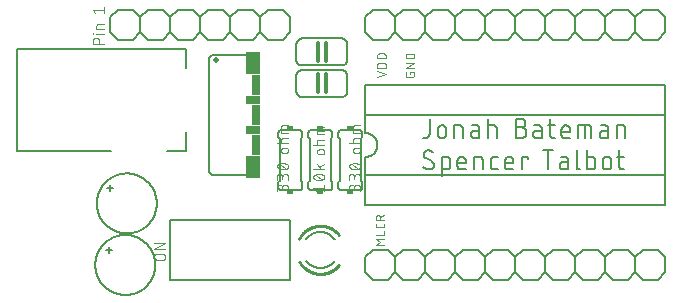
<source format=gto>
G75*
%MOIN*%
%OFA0B0*%
%FSLAX25Y25*%
%IPPOS*%
%LPD*%
%AMOC8*
5,1,8,0,0,1.08239X$1,22.5*
%
%ADD10C,0.00600*%
%ADD11C,0.00300*%
%ADD12C,0.01200*%
%ADD13C,0.02000*%
%ADD14R,0.05000X0.07500*%
%ADD15R,0.03000X0.07000*%
%ADD16R,0.05000X0.03000*%
%ADD17C,0.00800*%
%ADD18C,0.01000*%
%ADD19R,0.02000X0.01500*%
D10*
X0031845Y0015600D02*
X0031845Y0016600D01*
X0031845Y0017600D01*
X0031845Y0016600D02*
X0030845Y0016600D01*
X0031845Y0016600D02*
X0032845Y0016600D01*
X0027345Y0011600D02*
X0027348Y0011845D01*
X0027357Y0012091D01*
X0027372Y0012336D01*
X0027393Y0012580D01*
X0027420Y0012824D01*
X0027453Y0013067D01*
X0027492Y0013310D01*
X0027537Y0013551D01*
X0027588Y0013791D01*
X0027645Y0014030D01*
X0027707Y0014267D01*
X0027776Y0014503D01*
X0027850Y0014737D01*
X0027930Y0014969D01*
X0028015Y0015199D01*
X0028106Y0015427D01*
X0028203Y0015652D01*
X0028305Y0015876D01*
X0028413Y0016096D01*
X0028526Y0016314D01*
X0028644Y0016529D01*
X0028768Y0016741D01*
X0028896Y0016950D01*
X0029030Y0017156D01*
X0029169Y0017358D01*
X0029313Y0017557D01*
X0029462Y0017752D01*
X0029615Y0017944D01*
X0029773Y0018132D01*
X0029935Y0018316D01*
X0030103Y0018495D01*
X0030274Y0018671D01*
X0030450Y0018842D01*
X0030629Y0019010D01*
X0030813Y0019172D01*
X0031001Y0019330D01*
X0031193Y0019483D01*
X0031388Y0019632D01*
X0031587Y0019776D01*
X0031789Y0019915D01*
X0031995Y0020049D01*
X0032204Y0020177D01*
X0032416Y0020301D01*
X0032631Y0020419D01*
X0032849Y0020532D01*
X0033069Y0020640D01*
X0033293Y0020742D01*
X0033518Y0020839D01*
X0033746Y0020930D01*
X0033976Y0021015D01*
X0034208Y0021095D01*
X0034442Y0021169D01*
X0034678Y0021238D01*
X0034915Y0021300D01*
X0035154Y0021357D01*
X0035394Y0021408D01*
X0035635Y0021453D01*
X0035878Y0021492D01*
X0036121Y0021525D01*
X0036365Y0021552D01*
X0036609Y0021573D01*
X0036854Y0021588D01*
X0037100Y0021597D01*
X0037345Y0021600D01*
X0037590Y0021597D01*
X0037836Y0021588D01*
X0038081Y0021573D01*
X0038325Y0021552D01*
X0038569Y0021525D01*
X0038812Y0021492D01*
X0039055Y0021453D01*
X0039296Y0021408D01*
X0039536Y0021357D01*
X0039775Y0021300D01*
X0040012Y0021238D01*
X0040248Y0021169D01*
X0040482Y0021095D01*
X0040714Y0021015D01*
X0040944Y0020930D01*
X0041172Y0020839D01*
X0041397Y0020742D01*
X0041621Y0020640D01*
X0041841Y0020532D01*
X0042059Y0020419D01*
X0042274Y0020301D01*
X0042486Y0020177D01*
X0042695Y0020049D01*
X0042901Y0019915D01*
X0043103Y0019776D01*
X0043302Y0019632D01*
X0043497Y0019483D01*
X0043689Y0019330D01*
X0043877Y0019172D01*
X0044061Y0019010D01*
X0044240Y0018842D01*
X0044416Y0018671D01*
X0044587Y0018495D01*
X0044755Y0018316D01*
X0044917Y0018132D01*
X0045075Y0017944D01*
X0045228Y0017752D01*
X0045377Y0017557D01*
X0045521Y0017358D01*
X0045660Y0017156D01*
X0045794Y0016950D01*
X0045922Y0016741D01*
X0046046Y0016529D01*
X0046164Y0016314D01*
X0046277Y0016096D01*
X0046385Y0015876D01*
X0046487Y0015652D01*
X0046584Y0015427D01*
X0046675Y0015199D01*
X0046760Y0014969D01*
X0046840Y0014737D01*
X0046914Y0014503D01*
X0046983Y0014267D01*
X0047045Y0014030D01*
X0047102Y0013791D01*
X0047153Y0013551D01*
X0047198Y0013310D01*
X0047237Y0013067D01*
X0047270Y0012824D01*
X0047297Y0012580D01*
X0047318Y0012336D01*
X0047333Y0012091D01*
X0047342Y0011845D01*
X0047345Y0011600D01*
X0047342Y0011355D01*
X0047333Y0011109D01*
X0047318Y0010864D01*
X0047297Y0010620D01*
X0047270Y0010376D01*
X0047237Y0010133D01*
X0047198Y0009890D01*
X0047153Y0009649D01*
X0047102Y0009409D01*
X0047045Y0009170D01*
X0046983Y0008933D01*
X0046914Y0008697D01*
X0046840Y0008463D01*
X0046760Y0008231D01*
X0046675Y0008001D01*
X0046584Y0007773D01*
X0046487Y0007548D01*
X0046385Y0007324D01*
X0046277Y0007104D01*
X0046164Y0006886D01*
X0046046Y0006671D01*
X0045922Y0006459D01*
X0045794Y0006250D01*
X0045660Y0006044D01*
X0045521Y0005842D01*
X0045377Y0005643D01*
X0045228Y0005448D01*
X0045075Y0005256D01*
X0044917Y0005068D01*
X0044755Y0004884D01*
X0044587Y0004705D01*
X0044416Y0004529D01*
X0044240Y0004358D01*
X0044061Y0004190D01*
X0043877Y0004028D01*
X0043689Y0003870D01*
X0043497Y0003717D01*
X0043302Y0003568D01*
X0043103Y0003424D01*
X0042901Y0003285D01*
X0042695Y0003151D01*
X0042486Y0003023D01*
X0042274Y0002899D01*
X0042059Y0002781D01*
X0041841Y0002668D01*
X0041621Y0002560D01*
X0041397Y0002458D01*
X0041172Y0002361D01*
X0040944Y0002270D01*
X0040714Y0002185D01*
X0040482Y0002105D01*
X0040248Y0002031D01*
X0040012Y0001962D01*
X0039775Y0001900D01*
X0039536Y0001843D01*
X0039296Y0001792D01*
X0039055Y0001747D01*
X0038812Y0001708D01*
X0038569Y0001675D01*
X0038325Y0001648D01*
X0038081Y0001627D01*
X0037836Y0001612D01*
X0037590Y0001603D01*
X0037345Y0001600D01*
X0037100Y0001603D01*
X0036854Y0001612D01*
X0036609Y0001627D01*
X0036365Y0001648D01*
X0036121Y0001675D01*
X0035878Y0001708D01*
X0035635Y0001747D01*
X0035394Y0001792D01*
X0035154Y0001843D01*
X0034915Y0001900D01*
X0034678Y0001962D01*
X0034442Y0002031D01*
X0034208Y0002105D01*
X0033976Y0002185D01*
X0033746Y0002270D01*
X0033518Y0002361D01*
X0033293Y0002458D01*
X0033069Y0002560D01*
X0032849Y0002668D01*
X0032631Y0002781D01*
X0032416Y0002899D01*
X0032204Y0003023D01*
X0031995Y0003151D01*
X0031789Y0003285D01*
X0031587Y0003424D01*
X0031388Y0003568D01*
X0031193Y0003717D01*
X0031001Y0003870D01*
X0030813Y0004028D01*
X0030629Y0004190D01*
X0030450Y0004358D01*
X0030274Y0004529D01*
X0030103Y0004705D01*
X0029935Y0004884D01*
X0029773Y0005068D01*
X0029615Y0005256D01*
X0029462Y0005448D01*
X0029313Y0005643D01*
X0029169Y0005842D01*
X0029030Y0006044D01*
X0028896Y0006250D01*
X0028768Y0006459D01*
X0028644Y0006671D01*
X0028526Y0006886D01*
X0028413Y0007104D01*
X0028305Y0007324D01*
X0028203Y0007548D01*
X0028106Y0007773D01*
X0028015Y0008001D01*
X0027930Y0008231D01*
X0027850Y0008463D01*
X0027776Y0008697D01*
X0027707Y0008933D01*
X0027645Y0009170D01*
X0027588Y0009409D01*
X0027537Y0009649D01*
X0027492Y0009890D01*
X0027453Y0010133D01*
X0027420Y0010376D01*
X0027393Y0010620D01*
X0027372Y0010864D01*
X0027357Y0011109D01*
X0027348Y0011355D01*
X0027345Y0011600D01*
X0027845Y0032100D02*
X0027848Y0032345D01*
X0027857Y0032591D01*
X0027872Y0032836D01*
X0027893Y0033080D01*
X0027920Y0033324D01*
X0027953Y0033567D01*
X0027992Y0033810D01*
X0028037Y0034051D01*
X0028088Y0034291D01*
X0028145Y0034530D01*
X0028207Y0034767D01*
X0028276Y0035003D01*
X0028350Y0035237D01*
X0028430Y0035469D01*
X0028515Y0035699D01*
X0028606Y0035927D01*
X0028703Y0036152D01*
X0028805Y0036376D01*
X0028913Y0036596D01*
X0029026Y0036814D01*
X0029144Y0037029D01*
X0029268Y0037241D01*
X0029396Y0037450D01*
X0029530Y0037656D01*
X0029669Y0037858D01*
X0029813Y0038057D01*
X0029962Y0038252D01*
X0030115Y0038444D01*
X0030273Y0038632D01*
X0030435Y0038816D01*
X0030603Y0038995D01*
X0030774Y0039171D01*
X0030950Y0039342D01*
X0031129Y0039510D01*
X0031313Y0039672D01*
X0031501Y0039830D01*
X0031693Y0039983D01*
X0031888Y0040132D01*
X0032087Y0040276D01*
X0032289Y0040415D01*
X0032495Y0040549D01*
X0032704Y0040677D01*
X0032916Y0040801D01*
X0033131Y0040919D01*
X0033349Y0041032D01*
X0033569Y0041140D01*
X0033793Y0041242D01*
X0034018Y0041339D01*
X0034246Y0041430D01*
X0034476Y0041515D01*
X0034708Y0041595D01*
X0034942Y0041669D01*
X0035178Y0041738D01*
X0035415Y0041800D01*
X0035654Y0041857D01*
X0035894Y0041908D01*
X0036135Y0041953D01*
X0036378Y0041992D01*
X0036621Y0042025D01*
X0036865Y0042052D01*
X0037109Y0042073D01*
X0037354Y0042088D01*
X0037600Y0042097D01*
X0037845Y0042100D01*
X0038090Y0042097D01*
X0038336Y0042088D01*
X0038581Y0042073D01*
X0038825Y0042052D01*
X0039069Y0042025D01*
X0039312Y0041992D01*
X0039555Y0041953D01*
X0039796Y0041908D01*
X0040036Y0041857D01*
X0040275Y0041800D01*
X0040512Y0041738D01*
X0040748Y0041669D01*
X0040982Y0041595D01*
X0041214Y0041515D01*
X0041444Y0041430D01*
X0041672Y0041339D01*
X0041897Y0041242D01*
X0042121Y0041140D01*
X0042341Y0041032D01*
X0042559Y0040919D01*
X0042774Y0040801D01*
X0042986Y0040677D01*
X0043195Y0040549D01*
X0043401Y0040415D01*
X0043603Y0040276D01*
X0043802Y0040132D01*
X0043997Y0039983D01*
X0044189Y0039830D01*
X0044377Y0039672D01*
X0044561Y0039510D01*
X0044740Y0039342D01*
X0044916Y0039171D01*
X0045087Y0038995D01*
X0045255Y0038816D01*
X0045417Y0038632D01*
X0045575Y0038444D01*
X0045728Y0038252D01*
X0045877Y0038057D01*
X0046021Y0037858D01*
X0046160Y0037656D01*
X0046294Y0037450D01*
X0046422Y0037241D01*
X0046546Y0037029D01*
X0046664Y0036814D01*
X0046777Y0036596D01*
X0046885Y0036376D01*
X0046987Y0036152D01*
X0047084Y0035927D01*
X0047175Y0035699D01*
X0047260Y0035469D01*
X0047340Y0035237D01*
X0047414Y0035003D01*
X0047483Y0034767D01*
X0047545Y0034530D01*
X0047602Y0034291D01*
X0047653Y0034051D01*
X0047698Y0033810D01*
X0047737Y0033567D01*
X0047770Y0033324D01*
X0047797Y0033080D01*
X0047818Y0032836D01*
X0047833Y0032591D01*
X0047842Y0032345D01*
X0047845Y0032100D01*
X0047842Y0031855D01*
X0047833Y0031609D01*
X0047818Y0031364D01*
X0047797Y0031120D01*
X0047770Y0030876D01*
X0047737Y0030633D01*
X0047698Y0030390D01*
X0047653Y0030149D01*
X0047602Y0029909D01*
X0047545Y0029670D01*
X0047483Y0029433D01*
X0047414Y0029197D01*
X0047340Y0028963D01*
X0047260Y0028731D01*
X0047175Y0028501D01*
X0047084Y0028273D01*
X0046987Y0028048D01*
X0046885Y0027824D01*
X0046777Y0027604D01*
X0046664Y0027386D01*
X0046546Y0027171D01*
X0046422Y0026959D01*
X0046294Y0026750D01*
X0046160Y0026544D01*
X0046021Y0026342D01*
X0045877Y0026143D01*
X0045728Y0025948D01*
X0045575Y0025756D01*
X0045417Y0025568D01*
X0045255Y0025384D01*
X0045087Y0025205D01*
X0044916Y0025029D01*
X0044740Y0024858D01*
X0044561Y0024690D01*
X0044377Y0024528D01*
X0044189Y0024370D01*
X0043997Y0024217D01*
X0043802Y0024068D01*
X0043603Y0023924D01*
X0043401Y0023785D01*
X0043195Y0023651D01*
X0042986Y0023523D01*
X0042774Y0023399D01*
X0042559Y0023281D01*
X0042341Y0023168D01*
X0042121Y0023060D01*
X0041897Y0022958D01*
X0041672Y0022861D01*
X0041444Y0022770D01*
X0041214Y0022685D01*
X0040982Y0022605D01*
X0040748Y0022531D01*
X0040512Y0022462D01*
X0040275Y0022400D01*
X0040036Y0022343D01*
X0039796Y0022292D01*
X0039555Y0022247D01*
X0039312Y0022208D01*
X0039069Y0022175D01*
X0038825Y0022148D01*
X0038581Y0022127D01*
X0038336Y0022112D01*
X0038090Y0022103D01*
X0037845Y0022100D01*
X0037600Y0022103D01*
X0037354Y0022112D01*
X0037109Y0022127D01*
X0036865Y0022148D01*
X0036621Y0022175D01*
X0036378Y0022208D01*
X0036135Y0022247D01*
X0035894Y0022292D01*
X0035654Y0022343D01*
X0035415Y0022400D01*
X0035178Y0022462D01*
X0034942Y0022531D01*
X0034708Y0022605D01*
X0034476Y0022685D01*
X0034246Y0022770D01*
X0034018Y0022861D01*
X0033793Y0022958D01*
X0033569Y0023060D01*
X0033349Y0023168D01*
X0033131Y0023281D01*
X0032916Y0023399D01*
X0032704Y0023523D01*
X0032495Y0023651D01*
X0032289Y0023785D01*
X0032087Y0023924D01*
X0031888Y0024068D01*
X0031693Y0024217D01*
X0031501Y0024370D01*
X0031313Y0024528D01*
X0031129Y0024690D01*
X0030950Y0024858D01*
X0030774Y0025029D01*
X0030603Y0025205D01*
X0030435Y0025384D01*
X0030273Y0025568D01*
X0030115Y0025756D01*
X0029962Y0025948D01*
X0029813Y0026143D01*
X0029669Y0026342D01*
X0029530Y0026544D01*
X0029396Y0026750D01*
X0029268Y0026959D01*
X0029144Y0027171D01*
X0029026Y0027386D01*
X0028913Y0027604D01*
X0028805Y0027824D01*
X0028703Y0028048D01*
X0028606Y0028273D01*
X0028515Y0028501D01*
X0028430Y0028731D01*
X0028350Y0028963D01*
X0028276Y0029197D01*
X0028207Y0029433D01*
X0028145Y0029670D01*
X0028088Y0029909D01*
X0028037Y0030149D01*
X0027992Y0030390D01*
X0027953Y0030633D01*
X0027920Y0030876D01*
X0027893Y0031120D01*
X0027872Y0031364D01*
X0027857Y0031609D01*
X0027848Y0031855D01*
X0027845Y0032100D01*
X0032345Y0036100D02*
X0032345Y0037100D01*
X0032345Y0038100D01*
X0032345Y0037100D02*
X0031345Y0037100D01*
X0032345Y0037100D02*
X0033345Y0037100D01*
X0065345Y0042600D02*
X0066345Y0041600D01*
X0077845Y0041600D01*
X0088345Y0039100D02*
X0088345Y0037600D01*
X0088347Y0037540D01*
X0088352Y0037479D01*
X0088361Y0037420D01*
X0088374Y0037361D01*
X0088390Y0037302D01*
X0088410Y0037245D01*
X0088433Y0037190D01*
X0088460Y0037135D01*
X0088489Y0037083D01*
X0088522Y0037032D01*
X0088558Y0036983D01*
X0088596Y0036937D01*
X0088638Y0036893D01*
X0088682Y0036851D01*
X0088728Y0036813D01*
X0088777Y0036777D01*
X0088828Y0036744D01*
X0088880Y0036715D01*
X0088935Y0036688D01*
X0088990Y0036665D01*
X0089047Y0036645D01*
X0089106Y0036629D01*
X0089165Y0036616D01*
X0089224Y0036607D01*
X0089285Y0036602D01*
X0089345Y0036600D01*
X0095345Y0036600D01*
X0095405Y0036602D01*
X0095466Y0036607D01*
X0095525Y0036616D01*
X0095584Y0036629D01*
X0095643Y0036645D01*
X0095700Y0036665D01*
X0095755Y0036688D01*
X0095810Y0036715D01*
X0095862Y0036744D01*
X0095913Y0036777D01*
X0095962Y0036813D01*
X0096008Y0036851D01*
X0096052Y0036893D01*
X0096094Y0036937D01*
X0096132Y0036983D01*
X0096168Y0037032D01*
X0096201Y0037083D01*
X0096230Y0037135D01*
X0096257Y0037190D01*
X0096280Y0037245D01*
X0096300Y0037302D01*
X0096316Y0037361D01*
X0096329Y0037420D01*
X0096338Y0037479D01*
X0096343Y0037540D01*
X0096345Y0037600D01*
X0096345Y0039100D01*
X0095845Y0039600D01*
X0095845Y0053600D01*
X0096345Y0054100D01*
X0096345Y0055600D01*
X0096343Y0055660D01*
X0096338Y0055721D01*
X0096329Y0055780D01*
X0096316Y0055839D01*
X0096300Y0055898D01*
X0096280Y0055955D01*
X0096257Y0056010D01*
X0096230Y0056065D01*
X0096201Y0056117D01*
X0096168Y0056168D01*
X0096132Y0056217D01*
X0096094Y0056263D01*
X0096052Y0056307D01*
X0096008Y0056349D01*
X0095962Y0056387D01*
X0095913Y0056423D01*
X0095862Y0056456D01*
X0095810Y0056485D01*
X0095755Y0056512D01*
X0095700Y0056535D01*
X0095643Y0056555D01*
X0095584Y0056571D01*
X0095525Y0056584D01*
X0095466Y0056593D01*
X0095405Y0056598D01*
X0095345Y0056600D01*
X0089345Y0056600D01*
X0089285Y0056598D01*
X0089224Y0056593D01*
X0089165Y0056584D01*
X0089106Y0056571D01*
X0089047Y0056555D01*
X0088990Y0056535D01*
X0088935Y0056512D01*
X0088880Y0056485D01*
X0088828Y0056456D01*
X0088777Y0056423D01*
X0088728Y0056387D01*
X0088682Y0056349D01*
X0088638Y0056307D01*
X0088596Y0056263D01*
X0088558Y0056217D01*
X0088522Y0056168D01*
X0088489Y0056117D01*
X0088460Y0056065D01*
X0088433Y0056010D01*
X0088410Y0055955D01*
X0088390Y0055898D01*
X0088374Y0055839D01*
X0088361Y0055780D01*
X0088352Y0055721D01*
X0088347Y0055660D01*
X0088345Y0055600D01*
X0088345Y0054100D01*
X0088845Y0053600D01*
X0088845Y0039600D01*
X0088345Y0039100D01*
X0098345Y0039100D02*
X0098345Y0037600D01*
X0098347Y0037540D01*
X0098352Y0037479D01*
X0098361Y0037420D01*
X0098374Y0037361D01*
X0098390Y0037302D01*
X0098410Y0037245D01*
X0098433Y0037190D01*
X0098460Y0037135D01*
X0098489Y0037083D01*
X0098522Y0037032D01*
X0098558Y0036983D01*
X0098596Y0036937D01*
X0098638Y0036893D01*
X0098682Y0036851D01*
X0098728Y0036813D01*
X0098777Y0036777D01*
X0098828Y0036744D01*
X0098880Y0036715D01*
X0098935Y0036688D01*
X0098990Y0036665D01*
X0099047Y0036645D01*
X0099106Y0036629D01*
X0099165Y0036616D01*
X0099224Y0036607D01*
X0099285Y0036602D01*
X0099345Y0036600D01*
X0105345Y0036600D01*
X0105405Y0036602D01*
X0105466Y0036607D01*
X0105525Y0036616D01*
X0105584Y0036629D01*
X0105643Y0036645D01*
X0105700Y0036665D01*
X0105755Y0036688D01*
X0105810Y0036715D01*
X0105862Y0036744D01*
X0105913Y0036777D01*
X0105962Y0036813D01*
X0106008Y0036851D01*
X0106052Y0036893D01*
X0106094Y0036937D01*
X0106132Y0036983D01*
X0106168Y0037032D01*
X0106201Y0037083D01*
X0106230Y0037135D01*
X0106257Y0037190D01*
X0106280Y0037245D01*
X0106300Y0037302D01*
X0106316Y0037361D01*
X0106329Y0037420D01*
X0106338Y0037479D01*
X0106343Y0037540D01*
X0106345Y0037600D01*
X0106345Y0039100D01*
X0105845Y0039600D01*
X0105845Y0053600D01*
X0106345Y0054100D01*
X0106345Y0055600D01*
X0106343Y0055660D01*
X0106338Y0055721D01*
X0106329Y0055780D01*
X0106316Y0055839D01*
X0106300Y0055898D01*
X0106280Y0055955D01*
X0106257Y0056010D01*
X0106230Y0056065D01*
X0106201Y0056117D01*
X0106168Y0056168D01*
X0106132Y0056217D01*
X0106094Y0056263D01*
X0106052Y0056307D01*
X0106008Y0056349D01*
X0105962Y0056387D01*
X0105913Y0056423D01*
X0105862Y0056456D01*
X0105810Y0056485D01*
X0105755Y0056512D01*
X0105700Y0056535D01*
X0105643Y0056555D01*
X0105584Y0056571D01*
X0105525Y0056584D01*
X0105466Y0056593D01*
X0105405Y0056598D01*
X0105345Y0056600D01*
X0099345Y0056600D01*
X0099285Y0056598D01*
X0099224Y0056593D01*
X0099165Y0056584D01*
X0099106Y0056571D01*
X0099047Y0056555D01*
X0098990Y0056535D01*
X0098935Y0056512D01*
X0098880Y0056485D01*
X0098828Y0056456D01*
X0098777Y0056423D01*
X0098728Y0056387D01*
X0098682Y0056349D01*
X0098638Y0056307D01*
X0098596Y0056263D01*
X0098558Y0056217D01*
X0098522Y0056168D01*
X0098489Y0056117D01*
X0098460Y0056065D01*
X0098433Y0056010D01*
X0098410Y0055955D01*
X0098390Y0055898D01*
X0098374Y0055839D01*
X0098361Y0055780D01*
X0098352Y0055721D01*
X0098347Y0055660D01*
X0098345Y0055600D01*
X0098345Y0054100D01*
X0098845Y0053600D01*
X0098845Y0039600D01*
X0098345Y0039100D01*
X0108345Y0039100D02*
X0108345Y0037600D01*
X0108347Y0037540D01*
X0108352Y0037479D01*
X0108361Y0037420D01*
X0108374Y0037361D01*
X0108390Y0037302D01*
X0108410Y0037245D01*
X0108433Y0037190D01*
X0108460Y0037135D01*
X0108489Y0037083D01*
X0108522Y0037032D01*
X0108558Y0036983D01*
X0108596Y0036937D01*
X0108638Y0036893D01*
X0108682Y0036851D01*
X0108728Y0036813D01*
X0108777Y0036777D01*
X0108828Y0036744D01*
X0108880Y0036715D01*
X0108935Y0036688D01*
X0108990Y0036665D01*
X0109047Y0036645D01*
X0109106Y0036629D01*
X0109165Y0036616D01*
X0109224Y0036607D01*
X0109285Y0036602D01*
X0109345Y0036600D01*
X0115345Y0036600D01*
X0115405Y0036602D01*
X0115466Y0036607D01*
X0115525Y0036616D01*
X0115584Y0036629D01*
X0115643Y0036645D01*
X0115700Y0036665D01*
X0115755Y0036688D01*
X0115810Y0036715D01*
X0115862Y0036744D01*
X0115913Y0036777D01*
X0115962Y0036813D01*
X0116008Y0036851D01*
X0116052Y0036893D01*
X0116094Y0036937D01*
X0116132Y0036983D01*
X0116168Y0037032D01*
X0116201Y0037083D01*
X0116230Y0037135D01*
X0116257Y0037190D01*
X0116280Y0037245D01*
X0116300Y0037302D01*
X0116316Y0037361D01*
X0116329Y0037420D01*
X0116338Y0037479D01*
X0116343Y0037540D01*
X0116345Y0037600D01*
X0116345Y0039100D01*
X0115845Y0039600D01*
X0115845Y0053600D01*
X0116345Y0054100D01*
X0116345Y0055600D01*
X0117345Y0055600D02*
X0117345Y0061600D01*
X0217345Y0061600D01*
X0217345Y0041600D01*
X0217345Y0031600D01*
X0117345Y0031600D01*
X0117345Y0041600D01*
X0117345Y0047600D01*
X0117471Y0047602D01*
X0117596Y0047608D01*
X0117721Y0047618D01*
X0117846Y0047632D01*
X0117971Y0047649D01*
X0118095Y0047671D01*
X0118218Y0047696D01*
X0118340Y0047726D01*
X0118461Y0047759D01*
X0118581Y0047796D01*
X0118700Y0047836D01*
X0118817Y0047881D01*
X0118934Y0047929D01*
X0119048Y0047981D01*
X0119161Y0048036D01*
X0119272Y0048095D01*
X0119381Y0048157D01*
X0119488Y0048223D01*
X0119593Y0048292D01*
X0119696Y0048364D01*
X0119797Y0048439D01*
X0119895Y0048518D01*
X0119990Y0048600D01*
X0120083Y0048684D01*
X0120173Y0048772D01*
X0120261Y0048862D01*
X0120345Y0048955D01*
X0120427Y0049050D01*
X0120506Y0049148D01*
X0120581Y0049249D01*
X0120653Y0049352D01*
X0120722Y0049457D01*
X0120788Y0049564D01*
X0120850Y0049673D01*
X0120909Y0049784D01*
X0120964Y0049897D01*
X0121016Y0050011D01*
X0121064Y0050128D01*
X0121109Y0050245D01*
X0121149Y0050364D01*
X0121186Y0050484D01*
X0121219Y0050605D01*
X0121249Y0050727D01*
X0121274Y0050850D01*
X0121296Y0050974D01*
X0121313Y0051099D01*
X0121327Y0051224D01*
X0121337Y0051349D01*
X0121343Y0051474D01*
X0121345Y0051600D01*
X0121343Y0051726D01*
X0121337Y0051851D01*
X0121327Y0051976D01*
X0121313Y0052101D01*
X0121296Y0052226D01*
X0121274Y0052350D01*
X0121249Y0052473D01*
X0121219Y0052595D01*
X0121186Y0052716D01*
X0121149Y0052836D01*
X0121109Y0052955D01*
X0121064Y0053072D01*
X0121016Y0053189D01*
X0120964Y0053303D01*
X0120909Y0053416D01*
X0120850Y0053527D01*
X0120788Y0053636D01*
X0120722Y0053743D01*
X0120653Y0053848D01*
X0120581Y0053951D01*
X0120506Y0054052D01*
X0120427Y0054150D01*
X0120345Y0054245D01*
X0120261Y0054338D01*
X0120173Y0054428D01*
X0120083Y0054516D01*
X0119990Y0054600D01*
X0119895Y0054682D01*
X0119797Y0054761D01*
X0119696Y0054836D01*
X0119593Y0054908D01*
X0119488Y0054977D01*
X0119381Y0055043D01*
X0119272Y0055105D01*
X0119161Y0055164D01*
X0119048Y0055219D01*
X0118934Y0055271D01*
X0118817Y0055319D01*
X0118700Y0055364D01*
X0118581Y0055404D01*
X0118461Y0055441D01*
X0118340Y0055474D01*
X0118218Y0055504D01*
X0118095Y0055529D01*
X0117971Y0055551D01*
X0117846Y0055568D01*
X0117721Y0055582D01*
X0117596Y0055592D01*
X0117471Y0055598D01*
X0117345Y0055600D01*
X0116345Y0055600D02*
X0116343Y0055660D01*
X0116338Y0055721D01*
X0116329Y0055780D01*
X0116316Y0055839D01*
X0116300Y0055898D01*
X0116280Y0055955D01*
X0116257Y0056010D01*
X0116230Y0056065D01*
X0116201Y0056117D01*
X0116168Y0056168D01*
X0116132Y0056217D01*
X0116094Y0056263D01*
X0116052Y0056307D01*
X0116008Y0056349D01*
X0115962Y0056387D01*
X0115913Y0056423D01*
X0115862Y0056456D01*
X0115810Y0056485D01*
X0115755Y0056512D01*
X0115700Y0056535D01*
X0115643Y0056555D01*
X0115584Y0056571D01*
X0115525Y0056584D01*
X0115466Y0056593D01*
X0115405Y0056598D01*
X0115345Y0056600D01*
X0109345Y0056600D01*
X0109285Y0056598D01*
X0109224Y0056593D01*
X0109165Y0056584D01*
X0109106Y0056571D01*
X0109047Y0056555D01*
X0108990Y0056535D01*
X0108935Y0056512D01*
X0108880Y0056485D01*
X0108828Y0056456D01*
X0108777Y0056423D01*
X0108728Y0056387D01*
X0108682Y0056349D01*
X0108638Y0056307D01*
X0108596Y0056263D01*
X0108558Y0056217D01*
X0108522Y0056168D01*
X0108489Y0056117D01*
X0108460Y0056065D01*
X0108433Y0056010D01*
X0108410Y0055955D01*
X0108390Y0055898D01*
X0108374Y0055839D01*
X0108361Y0055780D01*
X0108352Y0055721D01*
X0108347Y0055660D01*
X0108345Y0055600D01*
X0108345Y0054100D01*
X0108845Y0053600D01*
X0108845Y0039600D01*
X0108345Y0039100D01*
X0117345Y0041600D02*
X0217345Y0041600D01*
X0203445Y0043400D02*
X0203090Y0043400D01*
X0203026Y0043402D01*
X0202961Y0043408D01*
X0202898Y0043417D01*
X0202835Y0043431D01*
X0202773Y0043448D01*
X0202712Y0043469D01*
X0202652Y0043494D01*
X0202594Y0043522D01*
X0202538Y0043554D01*
X0202484Y0043589D01*
X0202432Y0043627D01*
X0202382Y0043668D01*
X0202336Y0043713D01*
X0202291Y0043759D01*
X0202250Y0043809D01*
X0202212Y0043861D01*
X0202177Y0043915D01*
X0202145Y0043971D01*
X0202117Y0044029D01*
X0202092Y0044089D01*
X0202071Y0044150D01*
X0202054Y0044212D01*
X0202040Y0044275D01*
X0202031Y0044338D01*
X0202025Y0044403D01*
X0202023Y0044467D01*
X0202023Y0049800D01*
X0201312Y0047667D02*
X0203445Y0047667D01*
X0199334Y0046244D02*
X0199334Y0044822D01*
X0199332Y0044748D01*
X0199326Y0044673D01*
X0199316Y0044600D01*
X0199303Y0044526D01*
X0199286Y0044454D01*
X0199264Y0044383D01*
X0199240Y0044312D01*
X0199211Y0044244D01*
X0199179Y0044176D01*
X0199143Y0044111D01*
X0199105Y0044048D01*
X0199062Y0043986D01*
X0199017Y0043927D01*
X0198969Y0043870D01*
X0198918Y0043816D01*
X0198864Y0043765D01*
X0198807Y0043717D01*
X0198748Y0043672D01*
X0198686Y0043629D01*
X0198623Y0043591D01*
X0198558Y0043555D01*
X0198490Y0043523D01*
X0198422Y0043494D01*
X0198351Y0043470D01*
X0198280Y0043448D01*
X0198208Y0043431D01*
X0198134Y0043418D01*
X0198061Y0043408D01*
X0197986Y0043402D01*
X0197912Y0043400D01*
X0197838Y0043402D01*
X0197763Y0043408D01*
X0197690Y0043418D01*
X0197616Y0043431D01*
X0197544Y0043448D01*
X0197473Y0043470D01*
X0197402Y0043494D01*
X0197334Y0043523D01*
X0197266Y0043555D01*
X0197201Y0043591D01*
X0197138Y0043629D01*
X0197076Y0043672D01*
X0197017Y0043717D01*
X0196960Y0043765D01*
X0196906Y0043816D01*
X0196855Y0043870D01*
X0196807Y0043927D01*
X0196762Y0043986D01*
X0196719Y0044048D01*
X0196681Y0044111D01*
X0196645Y0044176D01*
X0196613Y0044244D01*
X0196584Y0044312D01*
X0196560Y0044383D01*
X0196538Y0044454D01*
X0196521Y0044526D01*
X0196508Y0044600D01*
X0196498Y0044673D01*
X0196492Y0044748D01*
X0196490Y0044822D01*
X0196489Y0044822D02*
X0196489Y0046244D01*
X0196490Y0046244D02*
X0196492Y0046318D01*
X0196498Y0046393D01*
X0196508Y0046466D01*
X0196521Y0046540D01*
X0196538Y0046612D01*
X0196560Y0046683D01*
X0196584Y0046754D01*
X0196613Y0046822D01*
X0196645Y0046890D01*
X0196681Y0046955D01*
X0196719Y0047018D01*
X0196762Y0047080D01*
X0196807Y0047139D01*
X0196855Y0047196D01*
X0196906Y0047250D01*
X0196960Y0047301D01*
X0197017Y0047349D01*
X0197076Y0047394D01*
X0197138Y0047437D01*
X0197201Y0047475D01*
X0197266Y0047511D01*
X0197334Y0047543D01*
X0197402Y0047572D01*
X0197473Y0047596D01*
X0197544Y0047618D01*
X0197616Y0047635D01*
X0197690Y0047648D01*
X0197763Y0047658D01*
X0197838Y0047664D01*
X0197912Y0047666D01*
X0197986Y0047664D01*
X0198061Y0047658D01*
X0198134Y0047648D01*
X0198208Y0047635D01*
X0198280Y0047618D01*
X0198351Y0047596D01*
X0198422Y0047572D01*
X0198490Y0047543D01*
X0198558Y0047511D01*
X0198623Y0047475D01*
X0198686Y0047437D01*
X0198748Y0047394D01*
X0198807Y0047349D01*
X0198864Y0047301D01*
X0198918Y0047250D01*
X0198969Y0047196D01*
X0199017Y0047139D01*
X0199062Y0047080D01*
X0199105Y0047018D01*
X0199143Y0046955D01*
X0199179Y0046890D01*
X0199211Y0046822D01*
X0199240Y0046754D01*
X0199264Y0046683D01*
X0199286Y0046612D01*
X0199303Y0046540D01*
X0199316Y0046466D01*
X0199326Y0046393D01*
X0199332Y0046318D01*
X0199334Y0046244D01*
X0194029Y0046600D02*
X0194029Y0044467D01*
X0194027Y0044403D01*
X0194021Y0044338D01*
X0194012Y0044275D01*
X0193998Y0044212D01*
X0193981Y0044150D01*
X0193960Y0044089D01*
X0193935Y0044029D01*
X0193907Y0043971D01*
X0193875Y0043915D01*
X0193840Y0043861D01*
X0193802Y0043809D01*
X0193761Y0043759D01*
X0193716Y0043713D01*
X0193670Y0043668D01*
X0193620Y0043627D01*
X0193568Y0043589D01*
X0193514Y0043554D01*
X0193458Y0043522D01*
X0193400Y0043494D01*
X0193340Y0043469D01*
X0193279Y0043448D01*
X0193217Y0043431D01*
X0193154Y0043417D01*
X0193091Y0043408D01*
X0193026Y0043402D01*
X0192962Y0043400D01*
X0191185Y0043400D01*
X0191185Y0049800D01*
X0191185Y0047667D02*
X0192962Y0047667D01*
X0193026Y0047665D01*
X0193091Y0047659D01*
X0193154Y0047650D01*
X0193217Y0047636D01*
X0193279Y0047619D01*
X0193340Y0047598D01*
X0193400Y0047573D01*
X0193458Y0047545D01*
X0193514Y0047513D01*
X0193568Y0047478D01*
X0193620Y0047440D01*
X0193670Y0047399D01*
X0193716Y0047354D01*
X0193761Y0047308D01*
X0193802Y0047258D01*
X0193840Y0047206D01*
X0193875Y0047152D01*
X0193907Y0047096D01*
X0193935Y0047038D01*
X0193960Y0046978D01*
X0193981Y0046917D01*
X0193998Y0046855D01*
X0194012Y0046792D01*
X0194021Y0046729D01*
X0194027Y0046664D01*
X0194029Y0046600D01*
X0188829Y0043400D02*
X0188765Y0043402D01*
X0188700Y0043408D01*
X0188637Y0043417D01*
X0188574Y0043431D01*
X0188512Y0043448D01*
X0188451Y0043469D01*
X0188391Y0043494D01*
X0188333Y0043522D01*
X0188277Y0043554D01*
X0188223Y0043589D01*
X0188171Y0043627D01*
X0188121Y0043668D01*
X0188075Y0043713D01*
X0188030Y0043759D01*
X0187989Y0043809D01*
X0187951Y0043861D01*
X0187916Y0043915D01*
X0187884Y0043971D01*
X0187856Y0044029D01*
X0187831Y0044089D01*
X0187810Y0044150D01*
X0187793Y0044212D01*
X0187779Y0044275D01*
X0187770Y0044338D01*
X0187764Y0044403D01*
X0187762Y0044467D01*
X0187762Y0049800D01*
X0183879Y0047667D02*
X0182457Y0047667D01*
X0183879Y0047667D02*
X0183943Y0047665D01*
X0184008Y0047659D01*
X0184071Y0047650D01*
X0184134Y0047636D01*
X0184196Y0047619D01*
X0184257Y0047598D01*
X0184317Y0047573D01*
X0184375Y0047545D01*
X0184431Y0047513D01*
X0184485Y0047478D01*
X0184537Y0047440D01*
X0184587Y0047399D01*
X0184633Y0047354D01*
X0184678Y0047308D01*
X0184719Y0047258D01*
X0184757Y0047206D01*
X0184792Y0047152D01*
X0184824Y0047096D01*
X0184852Y0047038D01*
X0184877Y0046978D01*
X0184898Y0046917D01*
X0184915Y0046855D01*
X0184929Y0046792D01*
X0184938Y0046729D01*
X0184944Y0046664D01*
X0184946Y0046600D01*
X0184946Y0043400D01*
X0183346Y0043400D01*
X0183276Y0043402D01*
X0183207Y0043408D01*
X0183138Y0043418D01*
X0183069Y0043431D01*
X0183002Y0043449D01*
X0182935Y0043470D01*
X0182870Y0043495D01*
X0182806Y0043523D01*
X0182744Y0043555D01*
X0182684Y0043591D01*
X0182626Y0043629D01*
X0182570Y0043671D01*
X0182517Y0043716D01*
X0182466Y0043764D01*
X0182418Y0043815D01*
X0182373Y0043868D01*
X0182331Y0043924D01*
X0182293Y0043982D01*
X0182257Y0044042D01*
X0182225Y0044104D01*
X0182197Y0044168D01*
X0182172Y0044233D01*
X0182151Y0044300D01*
X0182133Y0044367D01*
X0182120Y0044436D01*
X0182110Y0044505D01*
X0182104Y0044574D01*
X0182102Y0044644D01*
X0182104Y0044714D01*
X0182110Y0044783D01*
X0182120Y0044852D01*
X0182133Y0044921D01*
X0182151Y0044988D01*
X0182172Y0045055D01*
X0182197Y0045120D01*
X0182225Y0045184D01*
X0182257Y0045246D01*
X0182293Y0045306D01*
X0182331Y0045364D01*
X0182373Y0045420D01*
X0182418Y0045473D01*
X0182466Y0045524D01*
X0182517Y0045572D01*
X0182570Y0045617D01*
X0182626Y0045659D01*
X0182684Y0045697D01*
X0182744Y0045733D01*
X0182806Y0045765D01*
X0182870Y0045793D01*
X0182935Y0045818D01*
X0183002Y0045839D01*
X0183069Y0045857D01*
X0183138Y0045870D01*
X0183207Y0045880D01*
X0183276Y0045886D01*
X0183346Y0045888D01*
X0183346Y0045889D02*
X0184946Y0045889D01*
X0178219Y0043400D02*
X0178219Y0049800D01*
X0179996Y0049800D02*
X0176441Y0049800D01*
X0171578Y0047667D02*
X0171578Y0046956D01*
X0171578Y0047667D02*
X0169445Y0047667D01*
X0169445Y0043400D01*
X0166717Y0043400D02*
X0164940Y0043400D01*
X0164876Y0043402D01*
X0164811Y0043408D01*
X0164748Y0043417D01*
X0164685Y0043431D01*
X0164623Y0043448D01*
X0164562Y0043469D01*
X0164502Y0043494D01*
X0164444Y0043522D01*
X0164388Y0043554D01*
X0164334Y0043589D01*
X0164282Y0043627D01*
X0164232Y0043668D01*
X0164186Y0043713D01*
X0164141Y0043759D01*
X0164100Y0043809D01*
X0164062Y0043861D01*
X0164027Y0043915D01*
X0163995Y0043971D01*
X0163967Y0044029D01*
X0163942Y0044089D01*
X0163921Y0044150D01*
X0163904Y0044212D01*
X0163890Y0044275D01*
X0163881Y0044338D01*
X0163875Y0044403D01*
X0163873Y0044467D01*
X0163873Y0046244D01*
X0163873Y0045533D02*
X0166717Y0045533D01*
X0166717Y0046244D01*
X0166715Y0046318D01*
X0166709Y0046393D01*
X0166699Y0046466D01*
X0166686Y0046540D01*
X0166669Y0046612D01*
X0166647Y0046683D01*
X0166623Y0046754D01*
X0166594Y0046822D01*
X0166562Y0046890D01*
X0166526Y0046955D01*
X0166488Y0047018D01*
X0166445Y0047080D01*
X0166400Y0047139D01*
X0166352Y0047196D01*
X0166301Y0047250D01*
X0166247Y0047301D01*
X0166190Y0047349D01*
X0166131Y0047394D01*
X0166069Y0047437D01*
X0166006Y0047475D01*
X0165941Y0047511D01*
X0165873Y0047543D01*
X0165805Y0047572D01*
X0165734Y0047596D01*
X0165663Y0047618D01*
X0165591Y0047635D01*
X0165517Y0047648D01*
X0165444Y0047658D01*
X0165369Y0047664D01*
X0165295Y0047666D01*
X0165221Y0047664D01*
X0165146Y0047658D01*
X0165073Y0047648D01*
X0164999Y0047635D01*
X0164927Y0047618D01*
X0164856Y0047596D01*
X0164785Y0047572D01*
X0164717Y0047543D01*
X0164649Y0047511D01*
X0164584Y0047475D01*
X0164521Y0047437D01*
X0164459Y0047394D01*
X0164400Y0047349D01*
X0164343Y0047301D01*
X0164289Y0047250D01*
X0164238Y0047196D01*
X0164190Y0047139D01*
X0164145Y0047080D01*
X0164102Y0047018D01*
X0164064Y0046955D01*
X0164028Y0046890D01*
X0163996Y0046822D01*
X0163967Y0046754D01*
X0163943Y0046683D01*
X0163921Y0046612D01*
X0163904Y0046540D01*
X0163891Y0046466D01*
X0163881Y0046393D01*
X0163875Y0046318D01*
X0163873Y0046244D01*
X0161651Y0047667D02*
X0160229Y0047667D01*
X0160165Y0047665D01*
X0160100Y0047659D01*
X0160037Y0047650D01*
X0159974Y0047636D01*
X0159912Y0047619D01*
X0159851Y0047598D01*
X0159791Y0047573D01*
X0159733Y0047545D01*
X0159677Y0047513D01*
X0159623Y0047478D01*
X0159571Y0047440D01*
X0159521Y0047399D01*
X0159475Y0047354D01*
X0159430Y0047308D01*
X0159389Y0047258D01*
X0159351Y0047206D01*
X0159316Y0047152D01*
X0159284Y0047096D01*
X0159256Y0047038D01*
X0159231Y0046978D01*
X0159210Y0046917D01*
X0159193Y0046855D01*
X0159179Y0046792D01*
X0159170Y0046729D01*
X0159164Y0046664D01*
X0159162Y0046600D01*
X0159162Y0044467D01*
X0159164Y0044403D01*
X0159170Y0044338D01*
X0159179Y0044275D01*
X0159193Y0044212D01*
X0159210Y0044150D01*
X0159231Y0044089D01*
X0159256Y0044029D01*
X0159284Y0043971D01*
X0159316Y0043915D01*
X0159351Y0043861D01*
X0159389Y0043809D01*
X0159430Y0043759D01*
X0159475Y0043713D01*
X0159521Y0043668D01*
X0159571Y0043627D01*
X0159623Y0043589D01*
X0159677Y0043554D01*
X0159733Y0043522D01*
X0159791Y0043494D01*
X0159851Y0043469D01*
X0159912Y0043448D01*
X0159974Y0043431D01*
X0160037Y0043417D01*
X0160100Y0043408D01*
X0160165Y0043402D01*
X0160229Y0043400D01*
X0161651Y0043400D01*
X0156461Y0043400D02*
X0156461Y0046600D01*
X0156459Y0046664D01*
X0156453Y0046729D01*
X0156444Y0046792D01*
X0156430Y0046855D01*
X0156413Y0046917D01*
X0156392Y0046978D01*
X0156367Y0047038D01*
X0156339Y0047096D01*
X0156307Y0047152D01*
X0156272Y0047206D01*
X0156234Y0047258D01*
X0156193Y0047308D01*
X0156148Y0047354D01*
X0156102Y0047399D01*
X0156052Y0047440D01*
X0156000Y0047478D01*
X0155946Y0047513D01*
X0155890Y0047545D01*
X0155832Y0047573D01*
X0155772Y0047598D01*
X0155711Y0047619D01*
X0155649Y0047636D01*
X0155586Y0047650D01*
X0155523Y0047659D01*
X0155458Y0047665D01*
X0155394Y0047667D01*
X0153616Y0047667D01*
X0153616Y0043400D01*
X0150922Y0043400D02*
X0149144Y0043400D01*
X0149080Y0043402D01*
X0149015Y0043408D01*
X0148952Y0043417D01*
X0148889Y0043431D01*
X0148827Y0043448D01*
X0148766Y0043469D01*
X0148706Y0043494D01*
X0148648Y0043522D01*
X0148592Y0043554D01*
X0148538Y0043589D01*
X0148486Y0043627D01*
X0148436Y0043668D01*
X0148390Y0043713D01*
X0148345Y0043759D01*
X0148304Y0043809D01*
X0148266Y0043861D01*
X0148231Y0043915D01*
X0148199Y0043971D01*
X0148171Y0044029D01*
X0148146Y0044089D01*
X0148125Y0044150D01*
X0148108Y0044212D01*
X0148094Y0044275D01*
X0148085Y0044338D01*
X0148079Y0044403D01*
X0148077Y0044467D01*
X0148078Y0044467D02*
X0148078Y0046244D01*
X0148078Y0045533D02*
X0150922Y0045533D01*
X0150922Y0046244D01*
X0150920Y0046318D01*
X0150914Y0046393D01*
X0150904Y0046466D01*
X0150891Y0046540D01*
X0150874Y0046612D01*
X0150852Y0046683D01*
X0150828Y0046754D01*
X0150799Y0046822D01*
X0150767Y0046890D01*
X0150731Y0046955D01*
X0150693Y0047018D01*
X0150650Y0047080D01*
X0150605Y0047139D01*
X0150557Y0047196D01*
X0150506Y0047250D01*
X0150452Y0047301D01*
X0150395Y0047349D01*
X0150336Y0047394D01*
X0150274Y0047437D01*
X0150211Y0047475D01*
X0150146Y0047511D01*
X0150078Y0047543D01*
X0150010Y0047572D01*
X0149939Y0047596D01*
X0149868Y0047618D01*
X0149796Y0047635D01*
X0149722Y0047648D01*
X0149649Y0047658D01*
X0149574Y0047664D01*
X0149500Y0047666D01*
X0149426Y0047664D01*
X0149351Y0047658D01*
X0149278Y0047648D01*
X0149204Y0047635D01*
X0149132Y0047618D01*
X0149061Y0047596D01*
X0148990Y0047572D01*
X0148922Y0047543D01*
X0148854Y0047511D01*
X0148789Y0047475D01*
X0148726Y0047437D01*
X0148664Y0047394D01*
X0148605Y0047349D01*
X0148548Y0047301D01*
X0148494Y0047250D01*
X0148443Y0047196D01*
X0148395Y0047139D01*
X0148350Y0047080D01*
X0148307Y0047018D01*
X0148269Y0046955D01*
X0148233Y0046890D01*
X0148201Y0046822D01*
X0148172Y0046754D01*
X0148148Y0046683D01*
X0148126Y0046612D01*
X0148109Y0046540D01*
X0148096Y0046466D01*
X0148086Y0046393D01*
X0148080Y0046318D01*
X0148078Y0046244D01*
X0145617Y0046600D02*
X0145617Y0044467D01*
X0145618Y0044467D02*
X0145616Y0044403D01*
X0145610Y0044338D01*
X0145601Y0044275D01*
X0145587Y0044212D01*
X0145570Y0044150D01*
X0145549Y0044089D01*
X0145524Y0044029D01*
X0145496Y0043971D01*
X0145464Y0043915D01*
X0145429Y0043861D01*
X0145391Y0043809D01*
X0145350Y0043759D01*
X0145305Y0043713D01*
X0145259Y0043668D01*
X0145209Y0043627D01*
X0145157Y0043589D01*
X0145103Y0043554D01*
X0145047Y0043522D01*
X0144989Y0043494D01*
X0144929Y0043469D01*
X0144868Y0043448D01*
X0144806Y0043431D01*
X0144743Y0043417D01*
X0144680Y0043408D01*
X0144615Y0043402D01*
X0144551Y0043400D01*
X0142773Y0043400D01*
X0139489Y0046067D02*
X0137534Y0047133D01*
X0138245Y0049800D02*
X0138346Y0049798D01*
X0138447Y0049792D01*
X0138547Y0049783D01*
X0138647Y0049769D01*
X0138747Y0049752D01*
X0138846Y0049732D01*
X0138943Y0049707D01*
X0139040Y0049679D01*
X0139136Y0049647D01*
X0139231Y0049611D01*
X0139324Y0049572D01*
X0139415Y0049530D01*
X0139505Y0049484D01*
X0139593Y0049434D01*
X0139679Y0049382D01*
X0139763Y0049326D01*
X0139845Y0049267D01*
X0137534Y0047134D02*
X0137470Y0047174D01*
X0137409Y0047217D01*
X0137350Y0047263D01*
X0137293Y0047312D01*
X0137239Y0047364D01*
X0137188Y0047418D01*
X0137140Y0047476D01*
X0137094Y0047535D01*
X0137052Y0047597D01*
X0137013Y0047662D01*
X0136978Y0047728D01*
X0136946Y0047795D01*
X0136917Y0047865D01*
X0136892Y0047935D01*
X0136871Y0048007D01*
X0136854Y0048080D01*
X0136840Y0048154D01*
X0136831Y0048228D01*
X0136825Y0048303D01*
X0136823Y0048378D01*
X0136825Y0048452D01*
X0136831Y0048527D01*
X0136841Y0048600D01*
X0136854Y0048674D01*
X0136871Y0048746D01*
X0136893Y0048817D01*
X0136917Y0048888D01*
X0136946Y0048956D01*
X0136978Y0049024D01*
X0137014Y0049089D01*
X0137052Y0049152D01*
X0137095Y0049214D01*
X0137140Y0049273D01*
X0137188Y0049330D01*
X0137239Y0049384D01*
X0137294Y0049435D01*
X0137350Y0049483D01*
X0137409Y0049528D01*
X0137471Y0049571D01*
X0137534Y0049609D01*
X0137599Y0049645D01*
X0137667Y0049677D01*
X0137735Y0049706D01*
X0137806Y0049730D01*
X0137877Y0049752D01*
X0137949Y0049769D01*
X0138023Y0049782D01*
X0138096Y0049792D01*
X0138171Y0049798D01*
X0138245Y0049800D01*
X0142773Y0047667D02*
X0144551Y0047667D01*
X0144615Y0047665D01*
X0144680Y0047659D01*
X0144743Y0047650D01*
X0144806Y0047636D01*
X0144868Y0047619D01*
X0144929Y0047598D01*
X0144989Y0047573D01*
X0145047Y0047545D01*
X0145103Y0047513D01*
X0145157Y0047478D01*
X0145209Y0047440D01*
X0145259Y0047399D01*
X0145305Y0047354D01*
X0145350Y0047308D01*
X0145391Y0047258D01*
X0145429Y0047206D01*
X0145464Y0047152D01*
X0145496Y0047096D01*
X0145524Y0047038D01*
X0145549Y0046978D01*
X0145570Y0046917D01*
X0145587Y0046855D01*
X0145601Y0046792D01*
X0145610Y0046729D01*
X0145616Y0046664D01*
X0145618Y0046600D01*
X0142773Y0047667D02*
X0142773Y0041267D01*
X0140200Y0044822D02*
X0140198Y0044748D01*
X0140192Y0044673D01*
X0140182Y0044600D01*
X0140169Y0044526D01*
X0140152Y0044454D01*
X0140130Y0044383D01*
X0140106Y0044312D01*
X0140077Y0044244D01*
X0140045Y0044176D01*
X0140009Y0044111D01*
X0139971Y0044048D01*
X0139928Y0043986D01*
X0139883Y0043927D01*
X0139835Y0043870D01*
X0139784Y0043816D01*
X0139730Y0043765D01*
X0139673Y0043717D01*
X0139614Y0043672D01*
X0139552Y0043629D01*
X0139489Y0043591D01*
X0139424Y0043555D01*
X0139356Y0043523D01*
X0139288Y0043494D01*
X0139217Y0043470D01*
X0139146Y0043448D01*
X0139074Y0043431D01*
X0139000Y0043418D01*
X0138927Y0043408D01*
X0138852Y0043402D01*
X0138778Y0043400D01*
X0140200Y0044822D02*
X0140198Y0044897D01*
X0140192Y0044972D01*
X0140183Y0045046D01*
X0140169Y0045120D01*
X0140152Y0045193D01*
X0140131Y0045265D01*
X0140106Y0045335D01*
X0140077Y0045405D01*
X0140045Y0045472D01*
X0140010Y0045538D01*
X0139971Y0045603D01*
X0139929Y0045665D01*
X0139883Y0045724D01*
X0139835Y0045782D01*
X0139784Y0045836D01*
X0139730Y0045888D01*
X0139673Y0045937D01*
X0139614Y0045983D01*
X0139553Y0046026D01*
X0139489Y0046066D01*
X0138778Y0043400D02*
X0138670Y0043402D01*
X0138563Y0043408D01*
X0138455Y0043417D01*
X0138348Y0043431D01*
X0138242Y0043448D01*
X0138136Y0043469D01*
X0138031Y0043494D01*
X0137927Y0043523D01*
X0137824Y0043555D01*
X0137723Y0043591D01*
X0137623Y0043631D01*
X0137524Y0043674D01*
X0137427Y0043721D01*
X0137331Y0043771D01*
X0137238Y0043825D01*
X0137146Y0043882D01*
X0137057Y0043942D01*
X0136970Y0044005D01*
X0136885Y0044072D01*
X0136802Y0044141D01*
X0136722Y0044214D01*
X0136645Y0044289D01*
X0136645Y0053900D02*
X0137356Y0053900D01*
X0137430Y0053902D01*
X0137505Y0053908D01*
X0137578Y0053918D01*
X0137652Y0053931D01*
X0137724Y0053948D01*
X0137795Y0053970D01*
X0137866Y0053994D01*
X0137934Y0054023D01*
X0138002Y0054055D01*
X0138067Y0054091D01*
X0138130Y0054129D01*
X0138192Y0054172D01*
X0138251Y0054217D01*
X0138308Y0054265D01*
X0138362Y0054316D01*
X0138413Y0054370D01*
X0138461Y0054427D01*
X0138506Y0054486D01*
X0138549Y0054548D01*
X0138587Y0054611D01*
X0138623Y0054676D01*
X0138655Y0054744D01*
X0138684Y0054812D01*
X0138708Y0054883D01*
X0138730Y0054954D01*
X0138747Y0055026D01*
X0138760Y0055100D01*
X0138770Y0055173D01*
X0138776Y0055248D01*
X0138778Y0055322D01*
X0138778Y0060300D01*
X0141506Y0056744D02*
X0141506Y0055322D01*
X0141508Y0055248D01*
X0141514Y0055173D01*
X0141524Y0055100D01*
X0141537Y0055026D01*
X0141554Y0054954D01*
X0141576Y0054883D01*
X0141600Y0054812D01*
X0141629Y0054744D01*
X0141661Y0054676D01*
X0141697Y0054611D01*
X0141735Y0054548D01*
X0141778Y0054486D01*
X0141823Y0054427D01*
X0141871Y0054370D01*
X0141922Y0054316D01*
X0141976Y0054265D01*
X0142033Y0054217D01*
X0142092Y0054172D01*
X0142154Y0054129D01*
X0142217Y0054091D01*
X0142282Y0054055D01*
X0142350Y0054023D01*
X0142418Y0053994D01*
X0142489Y0053970D01*
X0142560Y0053948D01*
X0142632Y0053931D01*
X0142706Y0053918D01*
X0142779Y0053908D01*
X0142854Y0053902D01*
X0142928Y0053900D01*
X0143002Y0053902D01*
X0143077Y0053908D01*
X0143150Y0053918D01*
X0143224Y0053931D01*
X0143296Y0053948D01*
X0143367Y0053970D01*
X0143438Y0053994D01*
X0143506Y0054023D01*
X0143574Y0054055D01*
X0143639Y0054091D01*
X0143702Y0054129D01*
X0143764Y0054172D01*
X0143823Y0054217D01*
X0143880Y0054265D01*
X0143934Y0054316D01*
X0143985Y0054370D01*
X0144033Y0054427D01*
X0144078Y0054486D01*
X0144121Y0054548D01*
X0144159Y0054611D01*
X0144195Y0054676D01*
X0144227Y0054744D01*
X0144256Y0054812D01*
X0144280Y0054883D01*
X0144302Y0054954D01*
X0144319Y0055026D01*
X0144332Y0055100D01*
X0144342Y0055173D01*
X0144348Y0055248D01*
X0144350Y0055322D01*
X0144350Y0056744D01*
X0144348Y0056818D01*
X0144342Y0056893D01*
X0144332Y0056966D01*
X0144319Y0057040D01*
X0144302Y0057112D01*
X0144280Y0057183D01*
X0144256Y0057254D01*
X0144227Y0057322D01*
X0144195Y0057390D01*
X0144159Y0057455D01*
X0144121Y0057518D01*
X0144078Y0057580D01*
X0144033Y0057639D01*
X0143985Y0057696D01*
X0143934Y0057750D01*
X0143880Y0057801D01*
X0143823Y0057849D01*
X0143764Y0057894D01*
X0143702Y0057937D01*
X0143639Y0057975D01*
X0143574Y0058011D01*
X0143506Y0058043D01*
X0143438Y0058072D01*
X0143367Y0058096D01*
X0143296Y0058118D01*
X0143224Y0058135D01*
X0143150Y0058148D01*
X0143077Y0058158D01*
X0143002Y0058164D01*
X0142928Y0058166D01*
X0142854Y0058164D01*
X0142779Y0058158D01*
X0142706Y0058148D01*
X0142632Y0058135D01*
X0142560Y0058118D01*
X0142489Y0058096D01*
X0142418Y0058072D01*
X0142350Y0058043D01*
X0142282Y0058011D01*
X0142217Y0057975D01*
X0142154Y0057937D01*
X0142092Y0057894D01*
X0142033Y0057849D01*
X0141976Y0057801D01*
X0141922Y0057750D01*
X0141871Y0057696D01*
X0141823Y0057639D01*
X0141778Y0057580D01*
X0141735Y0057518D01*
X0141697Y0057455D01*
X0141661Y0057390D01*
X0141629Y0057322D01*
X0141600Y0057254D01*
X0141576Y0057183D01*
X0141554Y0057112D01*
X0141537Y0057040D01*
X0141524Y0056966D01*
X0141514Y0056893D01*
X0141508Y0056818D01*
X0141506Y0056744D01*
X0147044Y0058167D02*
X0147044Y0053900D01*
X0149889Y0053900D02*
X0149889Y0057100D01*
X0149887Y0057164D01*
X0149881Y0057229D01*
X0149872Y0057292D01*
X0149858Y0057355D01*
X0149841Y0057417D01*
X0149820Y0057478D01*
X0149795Y0057538D01*
X0149767Y0057596D01*
X0149735Y0057652D01*
X0149700Y0057706D01*
X0149662Y0057758D01*
X0149621Y0057808D01*
X0149576Y0057854D01*
X0149530Y0057899D01*
X0149480Y0057940D01*
X0149428Y0057978D01*
X0149374Y0058013D01*
X0149318Y0058045D01*
X0149260Y0058073D01*
X0149200Y0058098D01*
X0149139Y0058119D01*
X0149077Y0058136D01*
X0149014Y0058150D01*
X0148951Y0058159D01*
X0148886Y0058165D01*
X0148822Y0058167D01*
X0147044Y0058167D01*
X0152910Y0058167D02*
X0154332Y0058167D01*
X0154396Y0058165D01*
X0154461Y0058159D01*
X0154524Y0058150D01*
X0154587Y0058136D01*
X0154649Y0058119D01*
X0154710Y0058098D01*
X0154770Y0058073D01*
X0154828Y0058045D01*
X0154884Y0058013D01*
X0154938Y0057978D01*
X0154990Y0057940D01*
X0155040Y0057899D01*
X0155086Y0057854D01*
X0155131Y0057808D01*
X0155172Y0057758D01*
X0155210Y0057706D01*
X0155245Y0057652D01*
X0155277Y0057596D01*
X0155305Y0057538D01*
X0155330Y0057478D01*
X0155351Y0057417D01*
X0155368Y0057355D01*
X0155382Y0057292D01*
X0155391Y0057229D01*
X0155397Y0057164D01*
X0155399Y0057100D01*
X0155399Y0053900D01*
X0153799Y0053900D01*
X0153729Y0053902D01*
X0153660Y0053908D01*
X0153591Y0053918D01*
X0153522Y0053931D01*
X0153455Y0053949D01*
X0153388Y0053970D01*
X0153323Y0053995D01*
X0153259Y0054023D01*
X0153197Y0054055D01*
X0153137Y0054091D01*
X0153079Y0054129D01*
X0153023Y0054171D01*
X0152970Y0054216D01*
X0152919Y0054264D01*
X0152871Y0054315D01*
X0152826Y0054368D01*
X0152784Y0054424D01*
X0152746Y0054482D01*
X0152710Y0054542D01*
X0152678Y0054604D01*
X0152650Y0054668D01*
X0152625Y0054733D01*
X0152604Y0054800D01*
X0152586Y0054867D01*
X0152573Y0054936D01*
X0152563Y0055005D01*
X0152557Y0055074D01*
X0152555Y0055144D01*
X0152557Y0055214D01*
X0152563Y0055283D01*
X0152573Y0055352D01*
X0152586Y0055421D01*
X0152604Y0055488D01*
X0152625Y0055555D01*
X0152650Y0055620D01*
X0152678Y0055684D01*
X0152710Y0055746D01*
X0152746Y0055806D01*
X0152784Y0055864D01*
X0152826Y0055920D01*
X0152871Y0055973D01*
X0152919Y0056024D01*
X0152970Y0056072D01*
X0153023Y0056117D01*
X0153079Y0056159D01*
X0153137Y0056197D01*
X0153197Y0056233D01*
X0153259Y0056265D01*
X0153323Y0056293D01*
X0153388Y0056318D01*
X0153455Y0056339D01*
X0153522Y0056357D01*
X0153591Y0056370D01*
X0153660Y0056380D01*
X0153729Y0056386D01*
X0153799Y0056388D01*
X0153799Y0056389D02*
X0155399Y0056389D01*
X0158327Y0058167D02*
X0160105Y0058167D01*
X0160169Y0058165D01*
X0160234Y0058159D01*
X0160297Y0058150D01*
X0160360Y0058136D01*
X0160422Y0058119D01*
X0160483Y0058098D01*
X0160543Y0058073D01*
X0160601Y0058045D01*
X0160657Y0058013D01*
X0160711Y0057978D01*
X0160763Y0057940D01*
X0160813Y0057899D01*
X0160859Y0057854D01*
X0160904Y0057808D01*
X0160945Y0057758D01*
X0160983Y0057706D01*
X0161018Y0057652D01*
X0161050Y0057596D01*
X0161078Y0057538D01*
X0161103Y0057478D01*
X0161124Y0057417D01*
X0161141Y0057355D01*
X0161155Y0057292D01*
X0161164Y0057229D01*
X0161170Y0057164D01*
X0161172Y0057100D01*
X0161171Y0057100D02*
X0161171Y0053900D01*
X0158327Y0053900D02*
X0158327Y0060300D01*
X0167490Y0060300D02*
X0169268Y0060300D01*
X0169342Y0060298D01*
X0169417Y0060292D01*
X0169490Y0060282D01*
X0169564Y0060269D01*
X0169636Y0060252D01*
X0169707Y0060230D01*
X0169778Y0060206D01*
X0169846Y0060177D01*
X0169914Y0060145D01*
X0169979Y0060109D01*
X0170042Y0060071D01*
X0170104Y0060028D01*
X0170163Y0059983D01*
X0170220Y0059935D01*
X0170274Y0059884D01*
X0170325Y0059830D01*
X0170373Y0059773D01*
X0170418Y0059714D01*
X0170461Y0059652D01*
X0170499Y0059589D01*
X0170535Y0059524D01*
X0170567Y0059456D01*
X0170596Y0059388D01*
X0170620Y0059317D01*
X0170642Y0059246D01*
X0170659Y0059174D01*
X0170672Y0059100D01*
X0170682Y0059027D01*
X0170688Y0058952D01*
X0170690Y0058878D01*
X0170688Y0058804D01*
X0170682Y0058729D01*
X0170672Y0058656D01*
X0170659Y0058582D01*
X0170642Y0058510D01*
X0170620Y0058439D01*
X0170596Y0058368D01*
X0170567Y0058300D01*
X0170535Y0058232D01*
X0170499Y0058167D01*
X0170461Y0058104D01*
X0170418Y0058042D01*
X0170373Y0057983D01*
X0170325Y0057926D01*
X0170274Y0057872D01*
X0170220Y0057821D01*
X0170163Y0057773D01*
X0170104Y0057728D01*
X0170042Y0057685D01*
X0169979Y0057647D01*
X0169914Y0057611D01*
X0169846Y0057579D01*
X0169778Y0057550D01*
X0169707Y0057526D01*
X0169636Y0057504D01*
X0169564Y0057487D01*
X0169490Y0057474D01*
X0169417Y0057464D01*
X0169342Y0057458D01*
X0169268Y0057456D01*
X0167490Y0057456D01*
X0169268Y0057456D02*
X0169351Y0057454D01*
X0169434Y0057448D01*
X0169517Y0057438D01*
X0169600Y0057425D01*
X0169681Y0057407D01*
X0169762Y0057386D01*
X0169841Y0057361D01*
X0169919Y0057332D01*
X0169996Y0057300D01*
X0170071Y0057264D01*
X0170145Y0057225D01*
X0170216Y0057182D01*
X0170286Y0057136D01*
X0170353Y0057086D01*
X0170418Y0057034D01*
X0170480Y0056979D01*
X0170540Y0056920D01*
X0170597Y0056859D01*
X0170651Y0056796D01*
X0170702Y0056730D01*
X0170749Y0056661D01*
X0170794Y0056591D01*
X0170835Y0056518D01*
X0170872Y0056444D01*
X0170907Y0056368D01*
X0170937Y0056290D01*
X0170964Y0056212D01*
X0170987Y0056131D01*
X0171007Y0056050D01*
X0171022Y0055968D01*
X0171034Y0055886D01*
X0171042Y0055803D01*
X0171046Y0055720D01*
X0171046Y0055636D01*
X0171042Y0055553D01*
X0171034Y0055470D01*
X0171022Y0055388D01*
X0171007Y0055306D01*
X0170987Y0055225D01*
X0170964Y0055144D01*
X0170937Y0055066D01*
X0170907Y0054988D01*
X0170872Y0054912D01*
X0170835Y0054838D01*
X0170794Y0054765D01*
X0170749Y0054695D01*
X0170702Y0054626D01*
X0170651Y0054560D01*
X0170597Y0054497D01*
X0170540Y0054436D01*
X0170480Y0054377D01*
X0170418Y0054322D01*
X0170353Y0054270D01*
X0170286Y0054220D01*
X0170216Y0054174D01*
X0170145Y0054131D01*
X0170071Y0054092D01*
X0169996Y0054056D01*
X0169919Y0054024D01*
X0169841Y0053995D01*
X0169762Y0053970D01*
X0169681Y0053949D01*
X0169600Y0053931D01*
X0169517Y0053918D01*
X0169434Y0053908D01*
X0169351Y0053902D01*
X0169268Y0053900D01*
X0167490Y0053900D01*
X0167490Y0060300D01*
X0173628Y0058167D02*
X0175051Y0058167D01*
X0175115Y0058165D01*
X0175180Y0058159D01*
X0175243Y0058150D01*
X0175306Y0058136D01*
X0175368Y0058119D01*
X0175429Y0058098D01*
X0175489Y0058073D01*
X0175547Y0058045D01*
X0175603Y0058013D01*
X0175657Y0057978D01*
X0175709Y0057940D01*
X0175759Y0057899D01*
X0175805Y0057854D01*
X0175850Y0057808D01*
X0175891Y0057758D01*
X0175929Y0057706D01*
X0175964Y0057652D01*
X0175996Y0057596D01*
X0176024Y0057538D01*
X0176049Y0057478D01*
X0176070Y0057417D01*
X0176087Y0057355D01*
X0176101Y0057292D01*
X0176110Y0057229D01*
X0176116Y0057164D01*
X0176118Y0057100D01*
X0176117Y0057100D02*
X0176117Y0053900D01*
X0174517Y0053900D01*
X0174447Y0053902D01*
X0174378Y0053908D01*
X0174309Y0053918D01*
X0174240Y0053931D01*
X0174173Y0053949D01*
X0174106Y0053970D01*
X0174041Y0053995D01*
X0173977Y0054023D01*
X0173915Y0054055D01*
X0173855Y0054091D01*
X0173797Y0054129D01*
X0173741Y0054171D01*
X0173688Y0054216D01*
X0173637Y0054264D01*
X0173589Y0054315D01*
X0173544Y0054368D01*
X0173502Y0054424D01*
X0173464Y0054482D01*
X0173428Y0054542D01*
X0173396Y0054604D01*
X0173368Y0054668D01*
X0173343Y0054733D01*
X0173322Y0054800D01*
X0173304Y0054867D01*
X0173291Y0054936D01*
X0173281Y0055005D01*
X0173275Y0055074D01*
X0173273Y0055144D01*
X0173275Y0055214D01*
X0173281Y0055283D01*
X0173291Y0055352D01*
X0173304Y0055421D01*
X0173322Y0055488D01*
X0173343Y0055555D01*
X0173368Y0055620D01*
X0173396Y0055684D01*
X0173428Y0055746D01*
X0173464Y0055806D01*
X0173502Y0055864D01*
X0173544Y0055920D01*
X0173589Y0055973D01*
X0173637Y0056024D01*
X0173688Y0056072D01*
X0173741Y0056117D01*
X0173797Y0056159D01*
X0173855Y0056197D01*
X0173915Y0056233D01*
X0173977Y0056265D01*
X0174041Y0056293D01*
X0174106Y0056318D01*
X0174173Y0056339D01*
X0174240Y0056357D01*
X0174309Y0056370D01*
X0174378Y0056380D01*
X0174447Y0056386D01*
X0174517Y0056388D01*
X0174517Y0056389D02*
X0176117Y0056389D01*
X0179041Y0054967D02*
X0179041Y0060300D01*
X0178329Y0058167D02*
X0180463Y0058167D01*
X0182738Y0056744D02*
X0182738Y0054967D01*
X0182738Y0056033D02*
X0185582Y0056033D01*
X0185582Y0056744D01*
X0185580Y0056818D01*
X0185574Y0056893D01*
X0185564Y0056966D01*
X0185551Y0057040D01*
X0185534Y0057112D01*
X0185512Y0057183D01*
X0185488Y0057254D01*
X0185459Y0057322D01*
X0185427Y0057390D01*
X0185391Y0057455D01*
X0185353Y0057518D01*
X0185310Y0057580D01*
X0185265Y0057639D01*
X0185217Y0057696D01*
X0185166Y0057750D01*
X0185112Y0057801D01*
X0185055Y0057849D01*
X0184996Y0057894D01*
X0184934Y0057937D01*
X0184871Y0057975D01*
X0184806Y0058011D01*
X0184738Y0058043D01*
X0184670Y0058072D01*
X0184599Y0058096D01*
X0184528Y0058118D01*
X0184456Y0058135D01*
X0184382Y0058148D01*
X0184309Y0058158D01*
X0184234Y0058164D01*
X0184160Y0058166D01*
X0184086Y0058164D01*
X0184011Y0058158D01*
X0183938Y0058148D01*
X0183864Y0058135D01*
X0183792Y0058118D01*
X0183721Y0058096D01*
X0183650Y0058072D01*
X0183582Y0058043D01*
X0183514Y0058011D01*
X0183449Y0057975D01*
X0183386Y0057937D01*
X0183324Y0057894D01*
X0183265Y0057849D01*
X0183208Y0057801D01*
X0183154Y0057750D01*
X0183103Y0057696D01*
X0183055Y0057639D01*
X0183010Y0057580D01*
X0182967Y0057518D01*
X0182929Y0057455D01*
X0182893Y0057390D01*
X0182861Y0057322D01*
X0182832Y0057254D01*
X0182808Y0057183D01*
X0182786Y0057112D01*
X0182769Y0057040D01*
X0182756Y0056966D01*
X0182746Y0056893D01*
X0182740Y0056818D01*
X0182738Y0056744D01*
X0182737Y0054967D02*
X0182739Y0054903D01*
X0182745Y0054838D01*
X0182754Y0054775D01*
X0182768Y0054712D01*
X0182785Y0054650D01*
X0182806Y0054589D01*
X0182831Y0054529D01*
X0182859Y0054471D01*
X0182891Y0054415D01*
X0182926Y0054361D01*
X0182964Y0054309D01*
X0183005Y0054259D01*
X0183050Y0054213D01*
X0183096Y0054168D01*
X0183146Y0054127D01*
X0183198Y0054089D01*
X0183252Y0054054D01*
X0183308Y0054022D01*
X0183366Y0053994D01*
X0183426Y0053969D01*
X0183487Y0053948D01*
X0183549Y0053931D01*
X0183612Y0053917D01*
X0183675Y0053908D01*
X0183740Y0053902D01*
X0183804Y0053900D01*
X0185582Y0053900D01*
X0188386Y0053900D02*
X0188386Y0058167D01*
X0191586Y0058167D01*
X0190519Y0058167D02*
X0190519Y0053900D01*
X0192652Y0053900D02*
X0192652Y0057100D01*
X0192653Y0057100D02*
X0192651Y0057164D01*
X0192645Y0057229D01*
X0192636Y0057292D01*
X0192622Y0057355D01*
X0192605Y0057417D01*
X0192584Y0057478D01*
X0192559Y0057538D01*
X0192531Y0057596D01*
X0192499Y0057652D01*
X0192464Y0057706D01*
X0192426Y0057758D01*
X0192385Y0057808D01*
X0192340Y0057854D01*
X0192294Y0057899D01*
X0192244Y0057940D01*
X0192192Y0057978D01*
X0192138Y0058013D01*
X0192082Y0058045D01*
X0192024Y0058073D01*
X0191964Y0058098D01*
X0191903Y0058119D01*
X0191841Y0058136D01*
X0191778Y0058150D01*
X0191715Y0058159D01*
X0191650Y0058165D01*
X0191586Y0058167D01*
X0195783Y0058167D02*
X0197205Y0058167D01*
X0197269Y0058165D01*
X0197334Y0058159D01*
X0197397Y0058150D01*
X0197460Y0058136D01*
X0197522Y0058119D01*
X0197583Y0058098D01*
X0197643Y0058073D01*
X0197701Y0058045D01*
X0197757Y0058013D01*
X0197811Y0057978D01*
X0197863Y0057940D01*
X0197913Y0057899D01*
X0197959Y0057854D01*
X0198004Y0057808D01*
X0198045Y0057758D01*
X0198083Y0057706D01*
X0198118Y0057652D01*
X0198150Y0057596D01*
X0198178Y0057538D01*
X0198203Y0057478D01*
X0198224Y0057417D01*
X0198241Y0057355D01*
X0198255Y0057292D01*
X0198264Y0057229D01*
X0198270Y0057164D01*
X0198272Y0057100D01*
X0198272Y0053900D01*
X0196672Y0053900D01*
X0196602Y0053902D01*
X0196533Y0053908D01*
X0196464Y0053918D01*
X0196395Y0053931D01*
X0196328Y0053949D01*
X0196261Y0053970D01*
X0196196Y0053995D01*
X0196132Y0054023D01*
X0196070Y0054055D01*
X0196010Y0054091D01*
X0195952Y0054129D01*
X0195896Y0054171D01*
X0195843Y0054216D01*
X0195792Y0054264D01*
X0195744Y0054315D01*
X0195699Y0054368D01*
X0195657Y0054424D01*
X0195619Y0054482D01*
X0195583Y0054542D01*
X0195551Y0054604D01*
X0195523Y0054668D01*
X0195498Y0054733D01*
X0195477Y0054800D01*
X0195459Y0054867D01*
X0195446Y0054936D01*
X0195436Y0055005D01*
X0195430Y0055074D01*
X0195428Y0055144D01*
X0195430Y0055214D01*
X0195436Y0055283D01*
X0195446Y0055352D01*
X0195459Y0055421D01*
X0195477Y0055488D01*
X0195498Y0055555D01*
X0195523Y0055620D01*
X0195551Y0055684D01*
X0195583Y0055746D01*
X0195619Y0055806D01*
X0195657Y0055864D01*
X0195699Y0055920D01*
X0195744Y0055973D01*
X0195792Y0056024D01*
X0195843Y0056072D01*
X0195896Y0056117D01*
X0195952Y0056159D01*
X0196010Y0056197D01*
X0196070Y0056233D01*
X0196132Y0056265D01*
X0196196Y0056293D01*
X0196261Y0056318D01*
X0196328Y0056339D01*
X0196395Y0056357D01*
X0196464Y0056370D01*
X0196533Y0056380D01*
X0196602Y0056386D01*
X0196672Y0056388D01*
X0196672Y0056389D02*
X0198272Y0056389D01*
X0201200Y0058167D02*
X0201200Y0053900D01*
X0204044Y0053900D02*
X0204044Y0057100D01*
X0204045Y0057100D02*
X0204043Y0057164D01*
X0204037Y0057229D01*
X0204028Y0057292D01*
X0204014Y0057355D01*
X0203997Y0057417D01*
X0203976Y0057478D01*
X0203951Y0057538D01*
X0203923Y0057596D01*
X0203891Y0057652D01*
X0203856Y0057706D01*
X0203818Y0057758D01*
X0203777Y0057808D01*
X0203732Y0057854D01*
X0203686Y0057899D01*
X0203636Y0057940D01*
X0203584Y0057978D01*
X0203530Y0058013D01*
X0203474Y0058045D01*
X0203416Y0058073D01*
X0203356Y0058098D01*
X0203295Y0058119D01*
X0203233Y0058136D01*
X0203170Y0058150D01*
X0203107Y0058159D01*
X0203042Y0058165D01*
X0202978Y0058167D01*
X0201200Y0058167D01*
X0217345Y0061600D02*
X0217345Y0071600D01*
X0117345Y0071600D01*
X0117345Y0061600D01*
X0109345Y0067600D02*
X0096345Y0067600D01*
X0096258Y0067602D01*
X0096171Y0067608D01*
X0096084Y0067617D01*
X0095998Y0067630D01*
X0095912Y0067647D01*
X0095827Y0067668D01*
X0095744Y0067693D01*
X0095661Y0067721D01*
X0095580Y0067752D01*
X0095500Y0067787D01*
X0095422Y0067826D01*
X0095345Y0067868D01*
X0095270Y0067913D01*
X0095198Y0067962D01*
X0095127Y0068013D01*
X0095059Y0068068D01*
X0094994Y0068125D01*
X0094931Y0068186D01*
X0094870Y0068249D01*
X0094813Y0068314D01*
X0094758Y0068382D01*
X0094707Y0068453D01*
X0094658Y0068525D01*
X0094613Y0068600D01*
X0094571Y0068677D01*
X0094532Y0068755D01*
X0094497Y0068835D01*
X0094466Y0068916D01*
X0094438Y0068999D01*
X0094413Y0069082D01*
X0094392Y0069167D01*
X0094375Y0069253D01*
X0094362Y0069339D01*
X0094353Y0069426D01*
X0094347Y0069513D01*
X0094345Y0069600D01*
X0094345Y0074600D01*
X0094347Y0074687D01*
X0094353Y0074774D01*
X0094362Y0074861D01*
X0094375Y0074947D01*
X0094392Y0075033D01*
X0094413Y0075118D01*
X0094438Y0075201D01*
X0094466Y0075284D01*
X0094497Y0075365D01*
X0094532Y0075445D01*
X0094571Y0075523D01*
X0094613Y0075600D01*
X0094658Y0075675D01*
X0094707Y0075747D01*
X0094758Y0075818D01*
X0094813Y0075886D01*
X0094870Y0075951D01*
X0094931Y0076014D01*
X0094994Y0076075D01*
X0095059Y0076132D01*
X0095127Y0076187D01*
X0095198Y0076238D01*
X0095270Y0076287D01*
X0095345Y0076332D01*
X0095422Y0076374D01*
X0095500Y0076413D01*
X0095580Y0076448D01*
X0095661Y0076479D01*
X0095744Y0076507D01*
X0095827Y0076532D01*
X0095912Y0076553D01*
X0095998Y0076570D01*
X0096084Y0076583D01*
X0096171Y0076592D01*
X0096258Y0076598D01*
X0096345Y0076600D01*
X0109345Y0076600D01*
X0109345Y0078100D02*
X0096345Y0078100D01*
X0096258Y0078102D01*
X0096171Y0078108D01*
X0096084Y0078117D01*
X0095998Y0078130D01*
X0095912Y0078147D01*
X0095827Y0078168D01*
X0095744Y0078193D01*
X0095661Y0078221D01*
X0095580Y0078252D01*
X0095500Y0078287D01*
X0095422Y0078326D01*
X0095345Y0078368D01*
X0095270Y0078413D01*
X0095198Y0078462D01*
X0095127Y0078513D01*
X0095059Y0078568D01*
X0094994Y0078625D01*
X0094931Y0078686D01*
X0094870Y0078749D01*
X0094813Y0078814D01*
X0094758Y0078882D01*
X0094707Y0078953D01*
X0094658Y0079025D01*
X0094613Y0079100D01*
X0094571Y0079177D01*
X0094532Y0079255D01*
X0094497Y0079335D01*
X0094466Y0079416D01*
X0094438Y0079499D01*
X0094413Y0079582D01*
X0094392Y0079667D01*
X0094375Y0079753D01*
X0094362Y0079839D01*
X0094353Y0079926D01*
X0094347Y0080013D01*
X0094345Y0080100D01*
X0094345Y0085100D01*
X0094347Y0085187D01*
X0094353Y0085274D01*
X0094362Y0085361D01*
X0094375Y0085447D01*
X0094392Y0085533D01*
X0094413Y0085618D01*
X0094438Y0085701D01*
X0094466Y0085784D01*
X0094497Y0085865D01*
X0094532Y0085945D01*
X0094571Y0086023D01*
X0094613Y0086100D01*
X0094658Y0086175D01*
X0094707Y0086247D01*
X0094758Y0086318D01*
X0094813Y0086386D01*
X0094870Y0086451D01*
X0094931Y0086514D01*
X0094994Y0086575D01*
X0095059Y0086632D01*
X0095127Y0086687D01*
X0095198Y0086738D01*
X0095270Y0086787D01*
X0095345Y0086832D01*
X0095422Y0086874D01*
X0095500Y0086913D01*
X0095580Y0086948D01*
X0095661Y0086979D01*
X0095744Y0087007D01*
X0095827Y0087032D01*
X0095912Y0087053D01*
X0095998Y0087070D01*
X0096084Y0087083D01*
X0096171Y0087092D01*
X0096258Y0087098D01*
X0096345Y0087100D01*
X0109345Y0087100D01*
X0109432Y0087098D01*
X0109519Y0087092D01*
X0109606Y0087083D01*
X0109692Y0087070D01*
X0109778Y0087053D01*
X0109863Y0087032D01*
X0109946Y0087007D01*
X0110029Y0086979D01*
X0110110Y0086948D01*
X0110190Y0086913D01*
X0110268Y0086874D01*
X0110345Y0086832D01*
X0110420Y0086787D01*
X0110492Y0086738D01*
X0110563Y0086687D01*
X0110631Y0086632D01*
X0110696Y0086575D01*
X0110759Y0086514D01*
X0110820Y0086451D01*
X0110877Y0086386D01*
X0110932Y0086318D01*
X0110983Y0086247D01*
X0111032Y0086175D01*
X0111077Y0086100D01*
X0111119Y0086023D01*
X0111158Y0085945D01*
X0111193Y0085865D01*
X0111224Y0085784D01*
X0111252Y0085701D01*
X0111277Y0085618D01*
X0111298Y0085533D01*
X0111315Y0085447D01*
X0111328Y0085361D01*
X0111337Y0085274D01*
X0111343Y0085187D01*
X0111345Y0085100D01*
X0111345Y0080100D01*
X0111343Y0080013D01*
X0111337Y0079926D01*
X0111328Y0079839D01*
X0111315Y0079753D01*
X0111298Y0079667D01*
X0111277Y0079582D01*
X0111252Y0079499D01*
X0111224Y0079416D01*
X0111193Y0079335D01*
X0111158Y0079255D01*
X0111119Y0079177D01*
X0111077Y0079100D01*
X0111032Y0079025D01*
X0110983Y0078953D01*
X0110932Y0078882D01*
X0110877Y0078814D01*
X0110820Y0078749D01*
X0110759Y0078686D01*
X0110696Y0078625D01*
X0110631Y0078568D01*
X0110563Y0078513D01*
X0110492Y0078462D01*
X0110420Y0078413D01*
X0110345Y0078368D01*
X0110268Y0078326D01*
X0110190Y0078287D01*
X0110110Y0078252D01*
X0110029Y0078221D01*
X0109946Y0078193D01*
X0109863Y0078168D01*
X0109778Y0078147D01*
X0109692Y0078130D01*
X0109606Y0078117D01*
X0109519Y0078108D01*
X0109432Y0078102D01*
X0109345Y0078100D01*
X0109345Y0076600D02*
X0109432Y0076598D01*
X0109519Y0076592D01*
X0109606Y0076583D01*
X0109692Y0076570D01*
X0109778Y0076553D01*
X0109863Y0076532D01*
X0109946Y0076507D01*
X0110029Y0076479D01*
X0110110Y0076448D01*
X0110190Y0076413D01*
X0110268Y0076374D01*
X0110345Y0076332D01*
X0110420Y0076287D01*
X0110492Y0076238D01*
X0110563Y0076187D01*
X0110631Y0076132D01*
X0110696Y0076075D01*
X0110759Y0076014D01*
X0110820Y0075951D01*
X0110877Y0075886D01*
X0110932Y0075818D01*
X0110983Y0075747D01*
X0111032Y0075675D01*
X0111077Y0075600D01*
X0111119Y0075523D01*
X0111158Y0075445D01*
X0111193Y0075365D01*
X0111224Y0075284D01*
X0111252Y0075201D01*
X0111277Y0075118D01*
X0111298Y0075033D01*
X0111315Y0074947D01*
X0111328Y0074861D01*
X0111337Y0074774D01*
X0111343Y0074687D01*
X0111345Y0074600D01*
X0111345Y0069600D01*
X0111343Y0069513D01*
X0111337Y0069426D01*
X0111328Y0069339D01*
X0111315Y0069253D01*
X0111298Y0069167D01*
X0111277Y0069082D01*
X0111252Y0068999D01*
X0111224Y0068916D01*
X0111193Y0068835D01*
X0111158Y0068755D01*
X0111119Y0068677D01*
X0111077Y0068600D01*
X0111032Y0068525D01*
X0110983Y0068453D01*
X0110932Y0068382D01*
X0110877Y0068314D01*
X0110820Y0068249D01*
X0110759Y0068186D01*
X0110696Y0068125D01*
X0110631Y0068068D01*
X0110563Y0068013D01*
X0110492Y0067962D01*
X0110420Y0067913D01*
X0110345Y0067868D01*
X0110268Y0067826D01*
X0110190Y0067787D01*
X0110110Y0067752D01*
X0110029Y0067721D01*
X0109946Y0067693D01*
X0109863Y0067668D01*
X0109778Y0067647D01*
X0109692Y0067630D01*
X0109606Y0067617D01*
X0109519Y0067608D01*
X0109432Y0067602D01*
X0109345Y0067600D01*
X0077845Y0081600D02*
X0066345Y0081600D01*
X0065345Y0080600D01*
X0065345Y0042600D01*
X0102345Y0022600D02*
X0102499Y0022598D01*
X0102653Y0022592D01*
X0102807Y0022582D01*
X0102961Y0022568D01*
X0103114Y0022551D01*
X0103266Y0022529D01*
X0103418Y0022503D01*
X0103570Y0022474D01*
X0103720Y0022440D01*
X0103870Y0022403D01*
X0104018Y0022362D01*
X0104166Y0022317D01*
X0104312Y0022268D01*
X0104457Y0022216D01*
X0104600Y0022160D01*
X0104743Y0022100D01*
X0104883Y0022037D01*
X0105022Y0021970D01*
X0105159Y0021899D01*
X0105294Y0021825D01*
X0105427Y0021748D01*
X0105559Y0021667D01*
X0105688Y0021583D01*
X0105815Y0021495D01*
X0105939Y0021404D01*
X0106061Y0021311D01*
X0106181Y0021213D01*
X0106298Y0021113D01*
X0106413Y0021010D01*
X0106525Y0020904D01*
X0106634Y0020796D01*
X0106740Y0020684D01*
X0106844Y0020570D01*
X0106944Y0020453D01*
X0107042Y0020334D01*
X0107136Y0020212D01*
X0107227Y0020087D01*
X0102345Y0010600D02*
X0102193Y0010602D01*
X0102042Y0010608D01*
X0101891Y0010617D01*
X0101739Y0010631D01*
X0101589Y0010648D01*
X0101439Y0010669D01*
X0101289Y0010694D01*
X0101140Y0010722D01*
X0100992Y0010755D01*
X0100845Y0010791D01*
X0100698Y0010830D01*
X0100553Y0010874D01*
X0100409Y0010921D01*
X0100266Y0010972D01*
X0100125Y0011026D01*
X0099984Y0011084D01*
X0099846Y0011145D01*
X0099709Y0011210D01*
X0099573Y0011279D01*
X0099440Y0011350D01*
X0099308Y0011425D01*
X0099178Y0011504D01*
X0099051Y0011585D01*
X0098925Y0011670D01*
X0098801Y0011758D01*
X0098680Y0011849D01*
X0098561Y0011943D01*
X0098445Y0012041D01*
X0098331Y0012141D01*
X0098219Y0012243D01*
X0098111Y0012349D01*
X0098005Y0012457D01*
X0097901Y0012568D01*
X0097801Y0012682D01*
X0097703Y0012798D01*
X0097609Y0012917D01*
X0102345Y0010600D02*
X0102497Y0010602D01*
X0102648Y0010608D01*
X0102799Y0010617D01*
X0102951Y0010631D01*
X0103101Y0010648D01*
X0103251Y0010669D01*
X0103401Y0010694D01*
X0103550Y0010722D01*
X0103698Y0010755D01*
X0103845Y0010791D01*
X0103992Y0010830D01*
X0104137Y0010874D01*
X0104281Y0010921D01*
X0104424Y0010972D01*
X0104565Y0011026D01*
X0104706Y0011084D01*
X0104844Y0011145D01*
X0104981Y0011210D01*
X0105117Y0011279D01*
X0105250Y0011350D01*
X0105382Y0011425D01*
X0105512Y0011504D01*
X0105639Y0011585D01*
X0105765Y0011670D01*
X0105889Y0011758D01*
X0106010Y0011849D01*
X0106129Y0011943D01*
X0106245Y0012041D01*
X0106359Y0012141D01*
X0106471Y0012243D01*
X0106579Y0012349D01*
X0106685Y0012457D01*
X0106789Y0012568D01*
X0106889Y0012682D01*
X0106987Y0012798D01*
X0107081Y0012917D01*
X0102345Y0022600D02*
X0102195Y0022598D01*
X0102044Y0022592D01*
X0101894Y0022583D01*
X0101745Y0022570D01*
X0101595Y0022553D01*
X0101446Y0022532D01*
X0101298Y0022508D01*
X0101150Y0022480D01*
X0101003Y0022448D01*
X0100857Y0022413D01*
X0100712Y0022373D01*
X0100568Y0022331D01*
X0100425Y0022284D01*
X0100283Y0022234D01*
X0100142Y0022181D01*
X0100003Y0022124D01*
X0099865Y0022064D01*
X0099729Y0022000D01*
X0099595Y0021933D01*
X0099462Y0021862D01*
X0099331Y0021788D01*
X0099202Y0021711D01*
X0099075Y0021630D01*
X0098950Y0021547D01*
X0098827Y0021460D01*
X0098706Y0021371D01*
X0098588Y0021278D01*
X0098472Y0021182D01*
X0098358Y0021084D01*
X0098247Y0020983D01*
X0098138Y0020878D01*
X0098033Y0020772D01*
X0097929Y0020662D01*
X0097829Y0020550D01*
X0097731Y0020436D01*
X0097637Y0020319D01*
X0097545Y0020200D01*
X0117345Y0014100D02*
X0119845Y0016600D01*
X0124845Y0016600D01*
X0127345Y0014100D01*
X0129845Y0016600D01*
X0134845Y0016600D01*
X0137345Y0014100D01*
X0137345Y0009100D01*
X0134845Y0006600D01*
X0129845Y0006600D01*
X0127345Y0009100D01*
X0124845Y0006600D01*
X0119845Y0006600D01*
X0117345Y0009100D01*
X0117345Y0014100D01*
X0127345Y0014100D02*
X0127345Y0009100D01*
X0137345Y0009100D02*
X0139845Y0006600D01*
X0144845Y0006600D01*
X0147345Y0009100D01*
X0149845Y0006600D01*
X0154845Y0006600D01*
X0157345Y0009100D01*
X0159845Y0006600D01*
X0164845Y0006600D01*
X0167345Y0009100D01*
X0167345Y0014100D01*
X0164845Y0016600D01*
X0159845Y0016600D01*
X0157345Y0014100D01*
X0157345Y0009100D01*
X0167345Y0009100D02*
X0169845Y0006600D01*
X0174845Y0006600D01*
X0177345Y0009100D01*
X0179845Y0006600D01*
X0184845Y0006600D01*
X0187345Y0009100D01*
X0189845Y0006600D01*
X0194845Y0006600D01*
X0197345Y0009100D01*
X0197345Y0014100D01*
X0194845Y0016600D01*
X0189845Y0016600D01*
X0187345Y0014100D01*
X0187345Y0009100D01*
X0177345Y0009100D02*
X0177345Y0014100D01*
X0179845Y0016600D01*
X0184845Y0016600D01*
X0187345Y0014100D01*
X0177345Y0014100D02*
X0174845Y0016600D01*
X0169845Y0016600D01*
X0167345Y0014100D01*
X0157345Y0014100D02*
X0154845Y0016600D01*
X0149845Y0016600D01*
X0147345Y0014100D01*
X0147345Y0009100D01*
X0147345Y0014100D02*
X0144845Y0016600D01*
X0139845Y0016600D01*
X0137345Y0014100D01*
X0197345Y0014100D02*
X0199845Y0016600D01*
X0204845Y0016600D01*
X0207345Y0014100D01*
X0209845Y0016600D01*
X0214845Y0016600D01*
X0217345Y0014100D01*
X0217345Y0009100D01*
X0214845Y0006600D01*
X0209845Y0006600D01*
X0207345Y0009100D01*
X0204845Y0006600D01*
X0199845Y0006600D01*
X0197345Y0009100D01*
X0207345Y0009100D02*
X0207345Y0014100D01*
X0180463Y0053900D02*
X0180107Y0053900D01*
X0180043Y0053902D01*
X0179978Y0053908D01*
X0179915Y0053917D01*
X0179852Y0053931D01*
X0179790Y0053948D01*
X0179729Y0053969D01*
X0179669Y0053994D01*
X0179611Y0054022D01*
X0179555Y0054054D01*
X0179501Y0054089D01*
X0179449Y0054127D01*
X0179399Y0054168D01*
X0179353Y0054213D01*
X0179308Y0054259D01*
X0179267Y0054309D01*
X0179229Y0054361D01*
X0179194Y0054415D01*
X0179162Y0054471D01*
X0179134Y0054529D01*
X0179109Y0054589D01*
X0179088Y0054650D01*
X0179071Y0054712D01*
X0179057Y0054775D01*
X0179048Y0054838D01*
X0179042Y0054903D01*
X0179040Y0054967D01*
X0179845Y0086600D02*
X0184845Y0086600D01*
X0187345Y0089100D01*
X0189845Y0086600D01*
X0194845Y0086600D01*
X0197345Y0089100D01*
X0197345Y0094100D01*
X0194845Y0096600D01*
X0189845Y0096600D01*
X0187345Y0094100D01*
X0187345Y0089100D01*
X0179845Y0086600D02*
X0177345Y0089100D01*
X0174845Y0086600D01*
X0169845Y0086600D01*
X0167345Y0089100D01*
X0164845Y0086600D01*
X0159845Y0086600D01*
X0157345Y0089100D01*
X0154845Y0086600D01*
X0149845Y0086600D01*
X0147345Y0089100D01*
X0144845Y0086600D01*
X0139845Y0086600D01*
X0137345Y0089100D01*
X0134845Y0086600D01*
X0129845Y0086600D01*
X0127345Y0089100D01*
X0124845Y0086600D01*
X0119845Y0086600D01*
X0117345Y0089100D01*
X0117345Y0094100D01*
X0119845Y0096600D01*
X0124845Y0096600D01*
X0127345Y0094100D01*
X0129845Y0096600D01*
X0134845Y0096600D01*
X0137345Y0094100D01*
X0137345Y0089100D01*
X0147345Y0089100D02*
X0147345Y0094100D01*
X0149845Y0096600D01*
X0154845Y0096600D01*
X0157345Y0094100D01*
X0159845Y0096600D01*
X0164845Y0096600D01*
X0167345Y0094100D01*
X0167345Y0089100D01*
X0157345Y0089100D02*
X0157345Y0094100D01*
X0167345Y0094100D02*
X0169845Y0096600D01*
X0174845Y0096600D01*
X0177345Y0094100D01*
X0179845Y0096600D01*
X0184845Y0096600D01*
X0187345Y0094100D01*
X0177345Y0094100D02*
X0177345Y0089100D01*
X0197345Y0089100D02*
X0199845Y0086600D01*
X0204845Y0086600D01*
X0207345Y0089100D01*
X0209845Y0086600D01*
X0214845Y0086600D01*
X0217345Y0089100D01*
X0217345Y0094100D01*
X0214845Y0096600D01*
X0209845Y0096600D01*
X0207345Y0094100D01*
X0207345Y0089100D01*
X0207345Y0094100D02*
X0204845Y0096600D01*
X0199845Y0096600D01*
X0197345Y0094100D01*
X0147345Y0094100D02*
X0144845Y0096600D01*
X0139845Y0096600D01*
X0137345Y0094100D01*
X0127345Y0094100D02*
X0127345Y0089100D01*
X0092345Y0089100D02*
X0089845Y0086600D01*
X0084845Y0086600D01*
X0082345Y0089100D01*
X0079845Y0086600D01*
X0074845Y0086600D01*
X0072345Y0089100D01*
X0069845Y0086600D01*
X0064845Y0086600D01*
X0062345Y0089100D01*
X0059845Y0086600D01*
X0054845Y0086600D01*
X0052345Y0089100D01*
X0049845Y0086600D01*
X0044845Y0086600D01*
X0042345Y0089100D01*
X0039845Y0086600D01*
X0034845Y0086600D01*
X0032345Y0089100D01*
X0032345Y0094100D01*
X0034845Y0096600D01*
X0039845Y0096600D01*
X0042345Y0094100D01*
X0044845Y0096600D01*
X0049845Y0096600D01*
X0052345Y0094100D01*
X0052345Y0089100D01*
X0062345Y0089100D02*
X0062345Y0094100D01*
X0064845Y0096600D01*
X0069845Y0096600D01*
X0072345Y0094100D01*
X0074845Y0096600D01*
X0079845Y0096600D01*
X0082345Y0094100D01*
X0084845Y0096600D01*
X0089845Y0096600D01*
X0092345Y0094100D01*
X0092345Y0089100D01*
X0082345Y0089100D02*
X0082345Y0094100D01*
X0072345Y0094100D02*
X0072345Y0089100D01*
X0062345Y0094100D02*
X0059845Y0096600D01*
X0054845Y0096600D01*
X0052345Y0094100D01*
X0042345Y0094100D02*
X0042345Y0089100D01*
D11*
X0030195Y0088626D02*
X0027728Y0088626D01*
X0026700Y0088729D02*
X0026700Y0088523D01*
X0026495Y0088523D01*
X0026495Y0088729D01*
X0026700Y0088729D01*
X0027728Y0090204D02*
X0027728Y0091232D01*
X0027730Y0091280D01*
X0027736Y0091329D01*
X0027745Y0091376D01*
X0027758Y0091423D01*
X0027775Y0091468D01*
X0027795Y0091512D01*
X0027819Y0091554D01*
X0027846Y0091595D01*
X0027876Y0091633D01*
X0027909Y0091668D01*
X0027944Y0091701D01*
X0027982Y0091731D01*
X0028023Y0091758D01*
X0028065Y0091782D01*
X0028109Y0091802D01*
X0028154Y0091819D01*
X0028201Y0091832D01*
X0028248Y0091841D01*
X0028297Y0091847D01*
X0028345Y0091849D01*
X0028345Y0091848D02*
X0030195Y0091848D01*
X0030195Y0090204D02*
X0027728Y0090204D01*
X0028551Y0086278D02*
X0028549Y0086341D01*
X0028543Y0086404D01*
X0028533Y0086467D01*
X0028520Y0086529D01*
X0028503Y0086590D01*
X0028482Y0086649D01*
X0028457Y0086708D01*
X0028429Y0086764D01*
X0028397Y0086819D01*
X0028362Y0086872D01*
X0028324Y0086922D01*
X0028283Y0086971D01*
X0028239Y0087016D01*
X0028192Y0087059D01*
X0028143Y0087098D01*
X0028091Y0087135D01*
X0028037Y0087168D01*
X0027981Y0087198D01*
X0027924Y0087225D01*
X0027865Y0087248D01*
X0027804Y0087267D01*
X0027743Y0087282D01*
X0027681Y0087294D01*
X0027618Y0087302D01*
X0027555Y0087306D01*
X0027491Y0087306D01*
X0027428Y0087302D01*
X0027365Y0087294D01*
X0027303Y0087282D01*
X0027242Y0087267D01*
X0027181Y0087248D01*
X0027122Y0087225D01*
X0027065Y0087198D01*
X0027009Y0087168D01*
X0026955Y0087135D01*
X0026903Y0087098D01*
X0026854Y0087059D01*
X0026807Y0087016D01*
X0026763Y0086971D01*
X0026722Y0086922D01*
X0026684Y0086872D01*
X0026649Y0086819D01*
X0026617Y0086764D01*
X0026589Y0086708D01*
X0026564Y0086649D01*
X0026543Y0086590D01*
X0026526Y0086529D01*
X0026513Y0086467D01*
X0026503Y0086404D01*
X0026497Y0086341D01*
X0026495Y0086278D01*
X0026495Y0085250D01*
X0030195Y0085250D01*
X0028550Y0085250D02*
X0028550Y0086278D01*
X0027317Y0095398D02*
X0026495Y0096426D01*
X0030195Y0096426D01*
X0030195Y0095398D02*
X0030195Y0097454D01*
X0089845Y0058071D02*
X0091695Y0058071D01*
X0091695Y0056838D02*
X0089228Y0056838D01*
X0089228Y0057454D02*
X0089228Y0055604D01*
X0091695Y0055604D01*
X0091695Y0053820D02*
X0089845Y0053820D01*
X0089797Y0053818D01*
X0089748Y0053812D01*
X0089701Y0053803D01*
X0089654Y0053790D01*
X0089609Y0053773D01*
X0089565Y0053753D01*
X0089523Y0053729D01*
X0089482Y0053702D01*
X0089444Y0053672D01*
X0089409Y0053639D01*
X0089376Y0053604D01*
X0089346Y0053566D01*
X0089319Y0053525D01*
X0089295Y0053483D01*
X0089275Y0053439D01*
X0089258Y0053394D01*
X0089245Y0053347D01*
X0089236Y0053300D01*
X0089230Y0053251D01*
X0089228Y0053203D01*
X0089228Y0052175D01*
X0087995Y0052175D02*
X0091695Y0052175D01*
X0090873Y0050580D02*
X0090050Y0050580D01*
X0089994Y0050578D01*
X0089938Y0050572D01*
X0089883Y0050563D01*
X0089828Y0050550D01*
X0089775Y0050533D01*
X0089723Y0050512D01*
X0089672Y0050488D01*
X0089623Y0050460D01*
X0089576Y0050430D01*
X0089531Y0050396D01*
X0089489Y0050359D01*
X0089449Y0050319D01*
X0089412Y0050277D01*
X0089378Y0050232D01*
X0089348Y0050185D01*
X0089320Y0050136D01*
X0089296Y0050085D01*
X0089275Y0050033D01*
X0089258Y0049980D01*
X0089245Y0049925D01*
X0089236Y0049870D01*
X0089230Y0049814D01*
X0089228Y0049758D01*
X0089230Y0049702D01*
X0089236Y0049646D01*
X0089245Y0049591D01*
X0089258Y0049536D01*
X0089275Y0049483D01*
X0089296Y0049431D01*
X0089320Y0049380D01*
X0089348Y0049331D01*
X0089378Y0049284D01*
X0089412Y0049239D01*
X0089449Y0049197D01*
X0089489Y0049157D01*
X0089531Y0049120D01*
X0089576Y0049086D01*
X0089623Y0049056D01*
X0089672Y0049028D01*
X0089723Y0049004D01*
X0089775Y0048983D01*
X0089828Y0048966D01*
X0089883Y0048953D01*
X0089938Y0048944D01*
X0089994Y0048938D01*
X0090050Y0048936D01*
X0090050Y0048935D02*
X0090873Y0048935D01*
X0090873Y0048936D02*
X0090929Y0048938D01*
X0090985Y0048944D01*
X0091040Y0048953D01*
X0091095Y0048966D01*
X0091148Y0048983D01*
X0091200Y0049004D01*
X0091251Y0049028D01*
X0091300Y0049056D01*
X0091347Y0049086D01*
X0091392Y0049120D01*
X0091434Y0049157D01*
X0091474Y0049197D01*
X0091511Y0049239D01*
X0091545Y0049284D01*
X0091575Y0049331D01*
X0091603Y0049380D01*
X0091627Y0049431D01*
X0091648Y0049483D01*
X0091665Y0049536D01*
X0091678Y0049591D01*
X0091687Y0049646D01*
X0091693Y0049702D01*
X0091695Y0049758D01*
X0091693Y0049814D01*
X0091687Y0049870D01*
X0091678Y0049925D01*
X0091665Y0049980D01*
X0091648Y0050033D01*
X0091627Y0050085D01*
X0091603Y0050136D01*
X0091575Y0050185D01*
X0091545Y0050232D01*
X0091511Y0050277D01*
X0091474Y0050319D01*
X0091434Y0050359D01*
X0091392Y0050396D01*
X0091347Y0050430D01*
X0091300Y0050460D01*
X0091251Y0050488D01*
X0091200Y0050512D01*
X0091148Y0050533D01*
X0091095Y0050550D01*
X0091040Y0050563D01*
X0090985Y0050572D01*
X0090929Y0050578D01*
X0090873Y0050580D01*
X0091181Y0043758D02*
X0091085Y0043713D01*
X0090987Y0043672D01*
X0090887Y0043634D01*
X0090787Y0043599D01*
X0090685Y0043568D01*
X0090582Y0043540D01*
X0090479Y0043517D01*
X0090374Y0043496D01*
X0090269Y0043480D01*
X0090164Y0043467D01*
X0090058Y0043457D01*
X0089951Y0043452D01*
X0089845Y0043450D01*
X0089845Y0045505D02*
X0089739Y0045503D01*
X0089632Y0045498D01*
X0089526Y0045488D01*
X0089421Y0045475D01*
X0089316Y0045459D01*
X0089211Y0045438D01*
X0089108Y0045415D01*
X0089005Y0045387D01*
X0088903Y0045356D01*
X0088803Y0045321D01*
X0088703Y0045283D01*
X0088605Y0045242D01*
X0088509Y0045197D01*
X0088817Y0045300D02*
X0090873Y0043656D01*
X0091695Y0044478D02*
X0091693Y0044530D01*
X0091688Y0044583D01*
X0091679Y0044634D01*
X0091666Y0044685D01*
X0091650Y0044735D01*
X0091631Y0044784D01*
X0091608Y0044831D01*
X0091582Y0044877D01*
X0091553Y0044920D01*
X0091521Y0044962D01*
X0091487Y0045001D01*
X0091449Y0045038D01*
X0091409Y0045072D01*
X0091367Y0045104D01*
X0091323Y0045132D01*
X0091277Y0045157D01*
X0091230Y0045179D01*
X0091181Y0045198D01*
X0091695Y0044478D02*
X0091693Y0044426D01*
X0091688Y0044373D01*
X0091679Y0044322D01*
X0091666Y0044271D01*
X0091650Y0044221D01*
X0091631Y0044172D01*
X0091608Y0044125D01*
X0091582Y0044079D01*
X0091553Y0044036D01*
X0091521Y0043994D01*
X0091487Y0043955D01*
X0091449Y0043918D01*
X0091409Y0043884D01*
X0091367Y0043852D01*
X0091323Y0043824D01*
X0091277Y0043799D01*
X0091230Y0043777D01*
X0091181Y0043758D01*
X0091181Y0045197D02*
X0091085Y0045242D01*
X0090987Y0045283D01*
X0090887Y0045321D01*
X0090787Y0045356D01*
X0090685Y0045387D01*
X0090582Y0045415D01*
X0090479Y0045438D01*
X0090374Y0045459D01*
X0090269Y0045475D01*
X0090164Y0045488D01*
X0090058Y0045498D01*
X0089951Y0045503D01*
X0089845Y0045505D01*
X0089845Y0043450D02*
X0089739Y0043452D01*
X0089632Y0043457D01*
X0089526Y0043467D01*
X0089421Y0043480D01*
X0089316Y0043496D01*
X0089211Y0043517D01*
X0089108Y0043540D01*
X0089005Y0043568D01*
X0088903Y0043599D01*
X0088803Y0043634D01*
X0088703Y0043672D01*
X0088605Y0043713D01*
X0088509Y0043758D01*
X0087994Y0044478D02*
X0087996Y0044530D01*
X0088001Y0044583D01*
X0088010Y0044634D01*
X0088023Y0044685D01*
X0088039Y0044735D01*
X0088058Y0044784D01*
X0088081Y0044831D01*
X0088107Y0044877D01*
X0088136Y0044920D01*
X0088168Y0044962D01*
X0088202Y0045001D01*
X0088240Y0045038D01*
X0088280Y0045072D01*
X0088322Y0045104D01*
X0088366Y0045132D01*
X0088412Y0045157D01*
X0088459Y0045179D01*
X0088508Y0045198D01*
X0087994Y0044478D02*
X0087996Y0044426D01*
X0088001Y0044373D01*
X0088010Y0044322D01*
X0088023Y0044271D01*
X0088039Y0044221D01*
X0088058Y0044172D01*
X0088081Y0044125D01*
X0088107Y0044079D01*
X0088136Y0044036D01*
X0088168Y0043994D01*
X0088202Y0043955D01*
X0088240Y0043918D01*
X0088280Y0043884D01*
X0088322Y0043852D01*
X0088366Y0043824D01*
X0088412Y0043799D01*
X0088459Y0043777D01*
X0088508Y0043758D01*
X0087995Y0041083D02*
X0087997Y0041139D01*
X0088003Y0041195D01*
X0088012Y0041250D01*
X0088025Y0041305D01*
X0088042Y0041358D01*
X0088063Y0041410D01*
X0088087Y0041461D01*
X0088115Y0041510D01*
X0088145Y0041557D01*
X0088179Y0041602D01*
X0088216Y0041644D01*
X0088256Y0041684D01*
X0088298Y0041721D01*
X0088343Y0041755D01*
X0088390Y0041785D01*
X0088439Y0041813D01*
X0088490Y0041837D01*
X0088542Y0041858D01*
X0088595Y0041875D01*
X0088650Y0041888D01*
X0088705Y0041897D01*
X0088761Y0041903D01*
X0088817Y0041905D01*
X0088873Y0041903D01*
X0088929Y0041897D01*
X0088984Y0041888D01*
X0089039Y0041875D01*
X0089092Y0041858D01*
X0089144Y0041837D01*
X0089195Y0041813D01*
X0089244Y0041785D01*
X0089291Y0041755D01*
X0089336Y0041721D01*
X0089378Y0041684D01*
X0089418Y0041644D01*
X0089455Y0041602D01*
X0089489Y0041557D01*
X0089519Y0041510D01*
X0089547Y0041461D01*
X0089571Y0041410D01*
X0089592Y0041358D01*
X0089609Y0041305D01*
X0089622Y0041250D01*
X0089631Y0041195D01*
X0089637Y0041139D01*
X0089639Y0041083D01*
X0089639Y0040261D01*
X0089639Y0040878D02*
X0089641Y0040941D01*
X0089647Y0041004D01*
X0089657Y0041067D01*
X0089670Y0041129D01*
X0089687Y0041190D01*
X0089708Y0041249D01*
X0089733Y0041308D01*
X0089761Y0041364D01*
X0089793Y0041419D01*
X0089828Y0041472D01*
X0089866Y0041522D01*
X0089907Y0041571D01*
X0089951Y0041616D01*
X0089998Y0041659D01*
X0090047Y0041698D01*
X0090099Y0041735D01*
X0090153Y0041768D01*
X0090209Y0041798D01*
X0090266Y0041825D01*
X0090325Y0041848D01*
X0090386Y0041867D01*
X0090447Y0041882D01*
X0090509Y0041894D01*
X0090572Y0041902D01*
X0090635Y0041906D01*
X0090699Y0041906D01*
X0090762Y0041902D01*
X0090825Y0041894D01*
X0090887Y0041882D01*
X0090948Y0041867D01*
X0091009Y0041848D01*
X0091068Y0041825D01*
X0091125Y0041798D01*
X0091181Y0041768D01*
X0091235Y0041735D01*
X0091287Y0041698D01*
X0091336Y0041659D01*
X0091383Y0041616D01*
X0091427Y0041571D01*
X0091468Y0041522D01*
X0091506Y0041472D01*
X0091541Y0041419D01*
X0091573Y0041364D01*
X0091601Y0041308D01*
X0091626Y0041249D01*
X0091647Y0041190D01*
X0091664Y0041129D01*
X0091677Y0041067D01*
X0091687Y0041004D01*
X0091693Y0040941D01*
X0091695Y0040878D01*
X0091695Y0039850D01*
X0087995Y0039850D02*
X0087995Y0041083D01*
X0087995Y0037483D02*
X0087995Y0036250D01*
X0087995Y0037483D02*
X0087997Y0037539D01*
X0088003Y0037595D01*
X0088012Y0037650D01*
X0088025Y0037705D01*
X0088042Y0037758D01*
X0088063Y0037810D01*
X0088087Y0037861D01*
X0088115Y0037910D01*
X0088145Y0037957D01*
X0088179Y0038002D01*
X0088216Y0038044D01*
X0088256Y0038084D01*
X0088298Y0038121D01*
X0088343Y0038155D01*
X0088390Y0038185D01*
X0088439Y0038213D01*
X0088490Y0038237D01*
X0088542Y0038258D01*
X0088595Y0038275D01*
X0088650Y0038288D01*
X0088705Y0038297D01*
X0088761Y0038303D01*
X0088817Y0038305D01*
X0088873Y0038303D01*
X0088929Y0038297D01*
X0088984Y0038288D01*
X0089039Y0038275D01*
X0089092Y0038258D01*
X0089144Y0038237D01*
X0089195Y0038213D01*
X0089244Y0038185D01*
X0089291Y0038155D01*
X0089336Y0038121D01*
X0089378Y0038084D01*
X0089418Y0038044D01*
X0089455Y0038002D01*
X0089489Y0037957D01*
X0089519Y0037910D01*
X0089547Y0037861D01*
X0089571Y0037810D01*
X0089592Y0037758D01*
X0089609Y0037705D01*
X0089622Y0037650D01*
X0089631Y0037595D01*
X0089637Y0037539D01*
X0089639Y0037483D01*
X0089639Y0036661D01*
X0089639Y0037278D02*
X0089641Y0037341D01*
X0089647Y0037404D01*
X0089657Y0037467D01*
X0089670Y0037529D01*
X0089687Y0037590D01*
X0089708Y0037649D01*
X0089733Y0037708D01*
X0089761Y0037764D01*
X0089793Y0037819D01*
X0089828Y0037872D01*
X0089866Y0037922D01*
X0089907Y0037971D01*
X0089951Y0038016D01*
X0089998Y0038059D01*
X0090047Y0038098D01*
X0090099Y0038135D01*
X0090153Y0038168D01*
X0090209Y0038198D01*
X0090266Y0038225D01*
X0090325Y0038248D01*
X0090386Y0038267D01*
X0090447Y0038282D01*
X0090509Y0038294D01*
X0090572Y0038302D01*
X0090635Y0038306D01*
X0090699Y0038306D01*
X0090762Y0038302D01*
X0090825Y0038294D01*
X0090887Y0038282D01*
X0090948Y0038267D01*
X0091009Y0038248D01*
X0091068Y0038225D01*
X0091125Y0038198D01*
X0091181Y0038168D01*
X0091235Y0038135D01*
X0091287Y0038098D01*
X0091336Y0038059D01*
X0091383Y0038016D01*
X0091427Y0037971D01*
X0091468Y0037922D01*
X0091506Y0037872D01*
X0091541Y0037819D01*
X0091573Y0037764D01*
X0091601Y0037708D01*
X0091626Y0037649D01*
X0091647Y0037590D01*
X0091664Y0037529D01*
X0091677Y0037467D01*
X0091687Y0037404D01*
X0091693Y0037341D01*
X0091695Y0037278D01*
X0091695Y0036250D01*
X0099995Y0037278D02*
X0103695Y0037278D01*
X0103695Y0036250D02*
X0103695Y0038306D01*
X0103181Y0041597D02*
X0103085Y0041642D01*
X0102987Y0041683D01*
X0102887Y0041721D01*
X0102787Y0041756D01*
X0102685Y0041787D01*
X0102582Y0041815D01*
X0102479Y0041838D01*
X0102374Y0041859D01*
X0102269Y0041875D01*
X0102164Y0041888D01*
X0102058Y0041898D01*
X0101951Y0041903D01*
X0101845Y0041905D01*
X0101845Y0039850D02*
X0101739Y0039852D01*
X0101632Y0039857D01*
X0101526Y0039867D01*
X0101421Y0039880D01*
X0101316Y0039896D01*
X0101211Y0039917D01*
X0101108Y0039940D01*
X0101005Y0039968D01*
X0100903Y0039999D01*
X0100803Y0040034D01*
X0100703Y0040072D01*
X0100605Y0040113D01*
X0100509Y0040158D01*
X0099994Y0040878D02*
X0099996Y0040930D01*
X0100001Y0040983D01*
X0100010Y0041034D01*
X0100023Y0041085D01*
X0100039Y0041135D01*
X0100058Y0041184D01*
X0100081Y0041231D01*
X0100107Y0041277D01*
X0100136Y0041320D01*
X0100168Y0041362D01*
X0100202Y0041401D01*
X0100240Y0041438D01*
X0100280Y0041472D01*
X0100322Y0041504D01*
X0100366Y0041532D01*
X0100412Y0041557D01*
X0100459Y0041579D01*
X0100508Y0041598D01*
X0100817Y0041700D02*
X0102873Y0040056D01*
X0103695Y0040878D02*
X0103693Y0040930D01*
X0103688Y0040983D01*
X0103679Y0041034D01*
X0103666Y0041085D01*
X0103650Y0041135D01*
X0103631Y0041184D01*
X0103608Y0041231D01*
X0103582Y0041277D01*
X0103553Y0041320D01*
X0103521Y0041362D01*
X0103487Y0041401D01*
X0103449Y0041438D01*
X0103409Y0041472D01*
X0103367Y0041504D01*
X0103323Y0041532D01*
X0103277Y0041557D01*
X0103230Y0041579D01*
X0103181Y0041598D01*
X0103695Y0040878D02*
X0103693Y0040826D01*
X0103688Y0040773D01*
X0103679Y0040722D01*
X0103666Y0040671D01*
X0103650Y0040621D01*
X0103631Y0040572D01*
X0103608Y0040525D01*
X0103582Y0040479D01*
X0103553Y0040436D01*
X0103521Y0040394D01*
X0103487Y0040355D01*
X0103449Y0040318D01*
X0103409Y0040284D01*
X0103367Y0040252D01*
X0103323Y0040224D01*
X0103277Y0040199D01*
X0103230Y0040177D01*
X0103181Y0040158D01*
X0101845Y0041905D02*
X0101739Y0041903D01*
X0101632Y0041898D01*
X0101526Y0041888D01*
X0101421Y0041875D01*
X0101316Y0041859D01*
X0101211Y0041838D01*
X0101108Y0041815D01*
X0101005Y0041787D01*
X0100903Y0041756D01*
X0100803Y0041721D01*
X0100703Y0041683D01*
X0100605Y0041642D01*
X0100509Y0041597D01*
X0099994Y0040878D02*
X0099996Y0040826D01*
X0100001Y0040773D01*
X0100010Y0040722D01*
X0100023Y0040671D01*
X0100039Y0040621D01*
X0100058Y0040572D01*
X0100081Y0040525D01*
X0100107Y0040479D01*
X0100136Y0040436D01*
X0100168Y0040394D01*
X0100202Y0040355D01*
X0100240Y0040318D01*
X0100280Y0040284D01*
X0100322Y0040252D01*
X0100366Y0040224D01*
X0100412Y0040199D01*
X0100459Y0040177D01*
X0100508Y0040158D01*
X0099995Y0037278D02*
X0100817Y0036250D01*
X0111995Y0036250D02*
X0111995Y0037483D01*
X0111997Y0037539D01*
X0112003Y0037595D01*
X0112012Y0037650D01*
X0112025Y0037705D01*
X0112042Y0037758D01*
X0112063Y0037810D01*
X0112087Y0037861D01*
X0112115Y0037910D01*
X0112145Y0037957D01*
X0112179Y0038002D01*
X0112216Y0038044D01*
X0112256Y0038084D01*
X0112298Y0038121D01*
X0112343Y0038155D01*
X0112390Y0038185D01*
X0112439Y0038213D01*
X0112490Y0038237D01*
X0112542Y0038258D01*
X0112595Y0038275D01*
X0112650Y0038288D01*
X0112705Y0038297D01*
X0112761Y0038303D01*
X0112817Y0038305D01*
X0112873Y0038303D01*
X0112929Y0038297D01*
X0112984Y0038288D01*
X0113039Y0038275D01*
X0113092Y0038258D01*
X0113144Y0038237D01*
X0113195Y0038213D01*
X0113244Y0038185D01*
X0113291Y0038155D01*
X0113336Y0038121D01*
X0113378Y0038084D01*
X0113418Y0038044D01*
X0113455Y0038002D01*
X0113489Y0037957D01*
X0113519Y0037910D01*
X0113547Y0037861D01*
X0113571Y0037810D01*
X0113592Y0037758D01*
X0113609Y0037705D01*
X0113622Y0037650D01*
X0113631Y0037595D01*
X0113637Y0037539D01*
X0113639Y0037483D01*
X0113639Y0036661D01*
X0113639Y0037278D02*
X0113641Y0037341D01*
X0113647Y0037404D01*
X0113657Y0037467D01*
X0113670Y0037529D01*
X0113687Y0037590D01*
X0113708Y0037649D01*
X0113733Y0037708D01*
X0113761Y0037764D01*
X0113793Y0037819D01*
X0113828Y0037872D01*
X0113866Y0037922D01*
X0113907Y0037971D01*
X0113951Y0038016D01*
X0113998Y0038059D01*
X0114047Y0038098D01*
X0114099Y0038135D01*
X0114153Y0038168D01*
X0114209Y0038198D01*
X0114266Y0038225D01*
X0114325Y0038248D01*
X0114386Y0038267D01*
X0114447Y0038282D01*
X0114509Y0038294D01*
X0114572Y0038302D01*
X0114635Y0038306D01*
X0114699Y0038306D01*
X0114762Y0038302D01*
X0114825Y0038294D01*
X0114887Y0038282D01*
X0114948Y0038267D01*
X0115009Y0038248D01*
X0115068Y0038225D01*
X0115125Y0038198D01*
X0115181Y0038168D01*
X0115235Y0038135D01*
X0115287Y0038098D01*
X0115336Y0038059D01*
X0115383Y0038016D01*
X0115427Y0037971D01*
X0115468Y0037922D01*
X0115506Y0037872D01*
X0115541Y0037819D01*
X0115573Y0037764D01*
X0115601Y0037708D01*
X0115626Y0037649D01*
X0115647Y0037590D01*
X0115664Y0037529D01*
X0115677Y0037467D01*
X0115687Y0037404D01*
X0115693Y0037341D01*
X0115695Y0037278D01*
X0115695Y0036250D01*
X0115695Y0039850D02*
X0115695Y0040878D01*
X0115693Y0040941D01*
X0115687Y0041004D01*
X0115677Y0041067D01*
X0115664Y0041129D01*
X0115647Y0041190D01*
X0115626Y0041249D01*
X0115601Y0041308D01*
X0115573Y0041364D01*
X0115541Y0041419D01*
X0115506Y0041472D01*
X0115468Y0041522D01*
X0115427Y0041571D01*
X0115383Y0041616D01*
X0115336Y0041659D01*
X0115287Y0041698D01*
X0115235Y0041735D01*
X0115181Y0041768D01*
X0115125Y0041798D01*
X0115068Y0041825D01*
X0115009Y0041848D01*
X0114948Y0041867D01*
X0114887Y0041882D01*
X0114825Y0041894D01*
X0114762Y0041902D01*
X0114699Y0041906D01*
X0114635Y0041906D01*
X0114572Y0041902D01*
X0114509Y0041894D01*
X0114447Y0041882D01*
X0114386Y0041867D01*
X0114325Y0041848D01*
X0114266Y0041825D01*
X0114209Y0041798D01*
X0114153Y0041768D01*
X0114099Y0041735D01*
X0114047Y0041698D01*
X0113998Y0041659D01*
X0113951Y0041616D01*
X0113907Y0041571D01*
X0113866Y0041522D01*
X0113828Y0041472D01*
X0113793Y0041419D01*
X0113761Y0041364D01*
X0113733Y0041308D01*
X0113708Y0041249D01*
X0113687Y0041190D01*
X0113670Y0041129D01*
X0113657Y0041067D01*
X0113647Y0041004D01*
X0113641Y0040941D01*
X0113639Y0040878D01*
X0113639Y0041083D02*
X0113639Y0040261D01*
X0113639Y0041083D02*
X0113637Y0041139D01*
X0113631Y0041195D01*
X0113622Y0041250D01*
X0113609Y0041305D01*
X0113592Y0041358D01*
X0113571Y0041410D01*
X0113547Y0041461D01*
X0113519Y0041510D01*
X0113489Y0041557D01*
X0113455Y0041602D01*
X0113418Y0041644D01*
X0113378Y0041684D01*
X0113336Y0041721D01*
X0113291Y0041755D01*
X0113244Y0041785D01*
X0113195Y0041813D01*
X0113144Y0041837D01*
X0113092Y0041858D01*
X0113039Y0041875D01*
X0112984Y0041888D01*
X0112929Y0041897D01*
X0112873Y0041903D01*
X0112817Y0041905D01*
X0112761Y0041903D01*
X0112705Y0041897D01*
X0112650Y0041888D01*
X0112595Y0041875D01*
X0112542Y0041858D01*
X0112490Y0041837D01*
X0112439Y0041813D01*
X0112390Y0041785D01*
X0112343Y0041755D01*
X0112298Y0041721D01*
X0112256Y0041684D01*
X0112216Y0041644D01*
X0112179Y0041602D01*
X0112145Y0041557D01*
X0112115Y0041510D01*
X0112087Y0041461D01*
X0112063Y0041410D01*
X0112042Y0041358D01*
X0112025Y0041305D01*
X0112012Y0041250D01*
X0112003Y0041195D01*
X0111997Y0041139D01*
X0111995Y0041083D01*
X0111995Y0039850D01*
X0113845Y0045505D02*
X0113951Y0045503D01*
X0114058Y0045498D01*
X0114164Y0045488D01*
X0114269Y0045475D01*
X0114374Y0045459D01*
X0114479Y0045438D01*
X0114582Y0045415D01*
X0114685Y0045387D01*
X0114787Y0045356D01*
X0114887Y0045321D01*
X0114987Y0045283D01*
X0115085Y0045242D01*
X0115181Y0045197D01*
X0115181Y0045198D02*
X0115230Y0045179D01*
X0115277Y0045157D01*
X0115323Y0045132D01*
X0115367Y0045104D01*
X0115409Y0045072D01*
X0115449Y0045038D01*
X0115487Y0045001D01*
X0115521Y0044962D01*
X0115553Y0044920D01*
X0115582Y0044877D01*
X0115608Y0044831D01*
X0115631Y0044784D01*
X0115650Y0044735D01*
X0115666Y0044685D01*
X0115679Y0044634D01*
X0115688Y0044583D01*
X0115693Y0044530D01*
X0115695Y0044478D01*
X0115693Y0044426D01*
X0115688Y0044373D01*
X0115679Y0044322D01*
X0115666Y0044271D01*
X0115650Y0044221D01*
X0115631Y0044172D01*
X0115608Y0044125D01*
X0115582Y0044079D01*
X0115553Y0044036D01*
X0115521Y0043994D01*
X0115487Y0043955D01*
X0115449Y0043918D01*
X0115409Y0043884D01*
X0115367Y0043852D01*
X0115323Y0043824D01*
X0115277Y0043799D01*
X0115230Y0043777D01*
X0115181Y0043758D01*
X0114873Y0043656D02*
X0112817Y0045300D01*
X0112508Y0045198D02*
X0112459Y0045179D01*
X0112412Y0045157D01*
X0112366Y0045132D01*
X0112322Y0045104D01*
X0112280Y0045072D01*
X0112240Y0045038D01*
X0112202Y0045001D01*
X0112168Y0044962D01*
X0112136Y0044920D01*
X0112107Y0044877D01*
X0112081Y0044831D01*
X0112058Y0044784D01*
X0112039Y0044735D01*
X0112023Y0044685D01*
X0112010Y0044634D01*
X0112001Y0044583D01*
X0111996Y0044530D01*
X0111994Y0044478D01*
X0111996Y0044426D01*
X0112001Y0044373D01*
X0112010Y0044322D01*
X0112023Y0044271D01*
X0112039Y0044221D01*
X0112058Y0044172D01*
X0112081Y0044125D01*
X0112107Y0044079D01*
X0112136Y0044036D01*
X0112168Y0043994D01*
X0112202Y0043955D01*
X0112240Y0043918D01*
X0112280Y0043884D01*
X0112322Y0043852D01*
X0112366Y0043824D01*
X0112412Y0043799D01*
X0112459Y0043777D01*
X0112508Y0043758D01*
X0112509Y0045197D02*
X0112605Y0045242D01*
X0112703Y0045283D01*
X0112803Y0045321D01*
X0112903Y0045356D01*
X0113005Y0045387D01*
X0113108Y0045415D01*
X0113211Y0045438D01*
X0113316Y0045459D01*
X0113421Y0045475D01*
X0113526Y0045488D01*
X0113632Y0045498D01*
X0113739Y0045503D01*
X0113845Y0045505D01*
X0113845Y0043450D02*
X0113739Y0043452D01*
X0113632Y0043457D01*
X0113526Y0043467D01*
X0113421Y0043480D01*
X0113316Y0043496D01*
X0113211Y0043517D01*
X0113108Y0043540D01*
X0113005Y0043568D01*
X0112903Y0043599D01*
X0112803Y0043634D01*
X0112703Y0043672D01*
X0112605Y0043713D01*
X0112509Y0043758D01*
X0113845Y0043450D02*
X0113951Y0043452D01*
X0114058Y0043457D01*
X0114164Y0043467D01*
X0114269Y0043480D01*
X0114374Y0043496D01*
X0114479Y0043517D01*
X0114582Y0043540D01*
X0114685Y0043568D01*
X0114787Y0043599D01*
X0114887Y0043634D01*
X0114987Y0043672D01*
X0115085Y0043713D01*
X0115181Y0043758D01*
X0114873Y0048935D02*
X0114050Y0048935D01*
X0114050Y0048936D02*
X0113994Y0048938D01*
X0113938Y0048944D01*
X0113883Y0048953D01*
X0113828Y0048966D01*
X0113775Y0048983D01*
X0113723Y0049004D01*
X0113672Y0049028D01*
X0113623Y0049056D01*
X0113576Y0049086D01*
X0113531Y0049120D01*
X0113489Y0049157D01*
X0113449Y0049197D01*
X0113412Y0049239D01*
X0113378Y0049284D01*
X0113348Y0049331D01*
X0113320Y0049380D01*
X0113296Y0049431D01*
X0113275Y0049483D01*
X0113258Y0049536D01*
X0113245Y0049591D01*
X0113236Y0049646D01*
X0113230Y0049702D01*
X0113228Y0049758D01*
X0113230Y0049814D01*
X0113236Y0049870D01*
X0113245Y0049925D01*
X0113258Y0049980D01*
X0113275Y0050033D01*
X0113296Y0050085D01*
X0113320Y0050136D01*
X0113348Y0050185D01*
X0113378Y0050232D01*
X0113412Y0050277D01*
X0113449Y0050319D01*
X0113489Y0050359D01*
X0113531Y0050396D01*
X0113576Y0050430D01*
X0113623Y0050460D01*
X0113672Y0050488D01*
X0113723Y0050512D01*
X0113775Y0050533D01*
X0113828Y0050550D01*
X0113883Y0050563D01*
X0113938Y0050572D01*
X0113994Y0050578D01*
X0114050Y0050580D01*
X0114873Y0050580D01*
X0114929Y0050578D01*
X0114985Y0050572D01*
X0115040Y0050563D01*
X0115095Y0050550D01*
X0115148Y0050533D01*
X0115200Y0050512D01*
X0115251Y0050488D01*
X0115300Y0050460D01*
X0115347Y0050430D01*
X0115392Y0050396D01*
X0115434Y0050359D01*
X0115474Y0050319D01*
X0115511Y0050277D01*
X0115545Y0050232D01*
X0115575Y0050185D01*
X0115603Y0050136D01*
X0115627Y0050085D01*
X0115648Y0050033D01*
X0115665Y0049980D01*
X0115678Y0049925D01*
X0115687Y0049870D01*
X0115693Y0049814D01*
X0115695Y0049758D01*
X0115693Y0049702D01*
X0115687Y0049646D01*
X0115678Y0049591D01*
X0115665Y0049536D01*
X0115648Y0049483D01*
X0115627Y0049431D01*
X0115603Y0049380D01*
X0115575Y0049331D01*
X0115545Y0049284D01*
X0115511Y0049239D01*
X0115474Y0049197D01*
X0115434Y0049157D01*
X0115392Y0049120D01*
X0115347Y0049086D01*
X0115300Y0049056D01*
X0115251Y0049028D01*
X0115200Y0049004D01*
X0115148Y0048983D01*
X0115095Y0048966D01*
X0115040Y0048953D01*
X0114985Y0048944D01*
X0114929Y0048938D01*
X0114873Y0048936D01*
X0115695Y0052175D02*
X0111995Y0052175D01*
X0113228Y0052175D02*
X0113228Y0053203D01*
X0113230Y0053251D01*
X0113236Y0053300D01*
X0113245Y0053347D01*
X0113258Y0053394D01*
X0113275Y0053439D01*
X0113295Y0053483D01*
X0113319Y0053525D01*
X0113346Y0053566D01*
X0113376Y0053604D01*
X0113409Y0053639D01*
X0113444Y0053672D01*
X0113482Y0053702D01*
X0113523Y0053729D01*
X0113565Y0053753D01*
X0113609Y0053773D01*
X0113654Y0053790D01*
X0113701Y0053803D01*
X0113748Y0053812D01*
X0113797Y0053818D01*
X0113845Y0053820D01*
X0115695Y0053820D01*
X0115695Y0055604D02*
X0113228Y0055604D01*
X0113228Y0057454D01*
X0113228Y0056838D02*
X0115695Y0056838D01*
X0115695Y0058071D02*
X0113845Y0058071D01*
X0113797Y0058069D01*
X0113748Y0058063D01*
X0113701Y0058054D01*
X0113654Y0058041D01*
X0113609Y0058024D01*
X0113565Y0058004D01*
X0113523Y0057980D01*
X0113482Y0057953D01*
X0113444Y0057923D01*
X0113409Y0057890D01*
X0113376Y0057855D01*
X0113346Y0057817D01*
X0113319Y0057776D01*
X0113295Y0057734D01*
X0113275Y0057690D01*
X0113258Y0057645D01*
X0113245Y0057598D01*
X0113236Y0057551D01*
X0113230Y0057502D01*
X0113228Y0057454D01*
X0103695Y0057591D02*
X0101845Y0057591D01*
X0101797Y0057589D01*
X0101748Y0057583D01*
X0101701Y0057574D01*
X0101654Y0057561D01*
X0101609Y0057544D01*
X0101565Y0057524D01*
X0101523Y0057500D01*
X0101482Y0057473D01*
X0101444Y0057443D01*
X0101409Y0057410D01*
X0101376Y0057375D01*
X0101346Y0057337D01*
X0101319Y0057296D01*
X0101295Y0057254D01*
X0101275Y0057210D01*
X0101258Y0057165D01*
X0101245Y0057118D01*
X0101236Y0057071D01*
X0101230Y0057022D01*
X0101228Y0056974D01*
X0101228Y0055124D01*
X0103695Y0055124D01*
X0103695Y0056358D02*
X0101228Y0056358D01*
X0101845Y0053340D02*
X0103695Y0053340D01*
X0103695Y0051695D02*
X0099995Y0051695D01*
X0101228Y0051695D02*
X0101228Y0052723D01*
X0101230Y0052771D01*
X0101236Y0052820D01*
X0101245Y0052867D01*
X0101258Y0052914D01*
X0101275Y0052959D01*
X0101295Y0053003D01*
X0101319Y0053045D01*
X0101346Y0053086D01*
X0101376Y0053124D01*
X0101409Y0053159D01*
X0101444Y0053192D01*
X0101482Y0053222D01*
X0101523Y0053249D01*
X0101565Y0053273D01*
X0101609Y0053293D01*
X0101654Y0053310D01*
X0101701Y0053323D01*
X0101748Y0053332D01*
X0101797Y0053338D01*
X0101845Y0053340D01*
X0102050Y0050100D02*
X0102873Y0050100D01*
X0102929Y0050098D01*
X0102985Y0050092D01*
X0103040Y0050083D01*
X0103095Y0050070D01*
X0103148Y0050053D01*
X0103200Y0050032D01*
X0103251Y0050008D01*
X0103300Y0049980D01*
X0103347Y0049950D01*
X0103392Y0049916D01*
X0103434Y0049879D01*
X0103474Y0049839D01*
X0103511Y0049797D01*
X0103545Y0049752D01*
X0103575Y0049705D01*
X0103603Y0049656D01*
X0103627Y0049605D01*
X0103648Y0049553D01*
X0103665Y0049500D01*
X0103678Y0049445D01*
X0103687Y0049390D01*
X0103693Y0049334D01*
X0103695Y0049278D01*
X0103693Y0049222D01*
X0103687Y0049166D01*
X0103678Y0049111D01*
X0103665Y0049056D01*
X0103648Y0049003D01*
X0103627Y0048951D01*
X0103603Y0048900D01*
X0103575Y0048851D01*
X0103545Y0048804D01*
X0103511Y0048759D01*
X0103474Y0048717D01*
X0103434Y0048677D01*
X0103392Y0048640D01*
X0103347Y0048606D01*
X0103300Y0048576D01*
X0103251Y0048548D01*
X0103200Y0048524D01*
X0103148Y0048503D01*
X0103095Y0048486D01*
X0103040Y0048473D01*
X0102985Y0048464D01*
X0102929Y0048458D01*
X0102873Y0048456D01*
X0102873Y0048455D02*
X0102050Y0048455D01*
X0102050Y0048456D02*
X0101994Y0048458D01*
X0101938Y0048464D01*
X0101883Y0048473D01*
X0101828Y0048486D01*
X0101775Y0048503D01*
X0101723Y0048524D01*
X0101672Y0048548D01*
X0101623Y0048576D01*
X0101576Y0048606D01*
X0101531Y0048640D01*
X0101489Y0048677D01*
X0101449Y0048717D01*
X0101412Y0048759D01*
X0101378Y0048804D01*
X0101348Y0048851D01*
X0101320Y0048900D01*
X0101296Y0048951D01*
X0101275Y0049003D01*
X0101258Y0049056D01*
X0101245Y0049111D01*
X0101236Y0049166D01*
X0101230Y0049222D01*
X0101228Y0049278D01*
X0101230Y0049334D01*
X0101236Y0049390D01*
X0101245Y0049445D01*
X0101258Y0049500D01*
X0101275Y0049553D01*
X0101296Y0049605D01*
X0101320Y0049656D01*
X0101348Y0049705D01*
X0101378Y0049752D01*
X0101412Y0049797D01*
X0101449Y0049839D01*
X0101489Y0049879D01*
X0101531Y0049916D01*
X0101576Y0049950D01*
X0101623Y0049980D01*
X0101672Y0050008D01*
X0101723Y0050032D01*
X0101775Y0050053D01*
X0101828Y0050070D01*
X0101883Y0050083D01*
X0101938Y0050092D01*
X0101994Y0050098D01*
X0102050Y0050100D01*
X0101228Y0045221D02*
X0102462Y0043577D01*
X0101948Y0044296D02*
X0103695Y0045221D01*
X0103695Y0043577D02*
X0099995Y0043577D01*
X0101845Y0039850D02*
X0101951Y0039852D01*
X0102058Y0039857D01*
X0102164Y0039867D01*
X0102269Y0039880D01*
X0102374Y0039896D01*
X0102479Y0039917D01*
X0102582Y0039940D01*
X0102685Y0039968D01*
X0102787Y0039999D01*
X0102887Y0040034D01*
X0102987Y0040072D01*
X0103085Y0040113D01*
X0103181Y0040158D01*
X0122406Y0027558D02*
X0123695Y0028202D01*
X0122406Y0027397D02*
X0122406Y0026591D01*
X0122406Y0027397D02*
X0122404Y0027452D01*
X0122398Y0027507D01*
X0122389Y0027561D01*
X0122376Y0027614D01*
X0122359Y0027667D01*
X0122339Y0027718D01*
X0122316Y0027768D01*
X0122289Y0027816D01*
X0122258Y0027862D01*
X0122225Y0027906D01*
X0122189Y0027947D01*
X0122150Y0027986D01*
X0122109Y0028022D01*
X0122065Y0028055D01*
X0122019Y0028086D01*
X0121971Y0028113D01*
X0121921Y0028136D01*
X0121870Y0028156D01*
X0121817Y0028173D01*
X0121764Y0028186D01*
X0121710Y0028195D01*
X0121655Y0028201D01*
X0121600Y0028203D01*
X0121545Y0028201D01*
X0121490Y0028195D01*
X0121436Y0028186D01*
X0121383Y0028173D01*
X0121330Y0028156D01*
X0121279Y0028136D01*
X0121229Y0028113D01*
X0121181Y0028086D01*
X0121135Y0028055D01*
X0121091Y0028022D01*
X0121050Y0027986D01*
X0121011Y0027947D01*
X0120975Y0027906D01*
X0120942Y0027862D01*
X0120911Y0027816D01*
X0120884Y0027768D01*
X0120861Y0027718D01*
X0120841Y0027667D01*
X0120824Y0027614D01*
X0120811Y0027561D01*
X0120802Y0027507D01*
X0120796Y0027452D01*
X0120794Y0027397D01*
X0120795Y0027397D02*
X0120795Y0026591D01*
X0123695Y0026591D01*
X0123695Y0025355D02*
X0123695Y0024710D01*
X0123694Y0024710D02*
X0123692Y0024662D01*
X0123687Y0024614D01*
X0123678Y0024567D01*
X0123665Y0024520D01*
X0123649Y0024475D01*
X0123630Y0024431D01*
X0123608Y0024388D01*
X0123582Y0024347D01*
X0123553Y0024308D01*
X0123522Y0024272D01*
X0123488Y0024238D01*
X0123452Y0024207D01*
X0123413Y0024178D01*
X0123372Y0024152D01*
X0123329Y0024130D01*
X0123285Y0024111D01*
X0123240Y0024095D01*
X0123193Y0024082D01*
X0123146Y0024073D01*
X0123098Y0024068D01*
X0123050Y0024066D01*
X0121439Y0024066D01*
X0121388Y0024068D01*
X0121338Y0024074D01*
X0121289Y0024084D01*
X0121240Y0024098D01*
X0121193Y0024115D01*
X0121147Y0024136D01*
X0121103Y0024161D01*
X0121060Y0024189D01*
X0121021Y0024220D01*
X0120984Y0024255D01*
X0120949Y0024292D01*
X0120918Y0024331D01*
X0120890Y0024373D01*
X0120865Y0024418D01*
X0120844Y0024464D01*
X0120827Y0024511D01*
X0120813Y0024560D01*
X0120803Y0024609D01*
X0120797Y0024659D01*
X0120795Y0024710D01*
X0120795Y0025355D01*
X0123695Y0022970D02*
X0123695Y0021681D01*
X0120795Y0021681D01*
X0120795Y0020183D02*
X0123695Y0020183D01*
X0122406Y0019217D02*
X0120795Y0020183D01*
X0122406Y0019217D02*
X0120795Y0018250D01*
X0123695Y0018250D01*
X0050695Y0019026D02*
X0046995Y0019026D01*
X0046995Y0016970D02*
X0050695Y0019026D01*
X0050695Y0016970D02*
X0046995Y0016970D01*
X0048023Y0015306D02*
X0049667Y0015306D01*
X0049730Y0015304D01*
X0049793Y0015298D01*
X0049856Y0015288D01*
X0049918Y0015275D01*
X0049979Y0015258D01*
X0050038Y0015237D01*
X0050097Y0015212D01*
X0050153Y0015184D01*
X0050208Y0015152D01*
X0050261Y0015117D01*
X0050311Y0015079D01*
X0050360Y0015038D01*
X0050405Y0014994D01*
X0050448Y0014947D01*
X0050487Y0014898D01*
X0050524Y0014846D01*
X0050557Y0014792D01*
X0050587Y0014736D01*
X0050614Y0014679D01*
X0050637Y0014620D01*
X0050656Y0014559D01*
X0050671Y0014498D01*
X0050683Y0014436D01*
X0050691Y0014373D01*
X0050695Y0014310D01*
X0050695Y0014246D01*
X0050691Y0014183D01*
X0050683Y0014120D01*
X0050671Y0014058D01*
X0050656Y0013997D01*
X0050637Y0013936D01*
X0050614Y0013877D01*
X0050587Y0013820D01*
X0050557Y0013764D01*
X0050524Y0013710D01*
X0050487Y0013658D01*
X0050448Y0013609D01*
X0050405Y0013562D01*
X0050360Y0013518D01*
X0050311Y0013477D01*
X0050261Y0013439D01*
X0050208Y0013404D01*
X0050153Y0013372D01*
X0050097Y0013344D01*
X0050038Y0013319D01*
X0049979Y0013298D01*
X0049918Y0013281D01*
X0049856Y0013268D01*
X0049793Y0013258D01*
X0049730Y0013252D01*
X0049667Y0013250D01*
X0048023Y0013250D01*
X0047960Y0013252D01*
X0047897Y0013258D01*
X0047834Y0013268D01*
X0047772Y0013281D01*
X0047711Y0013298D01*
X0047652Y0013319D01*
X0047593Y0013344D01*
X0047537Y0013372D01*
X0047482Y0013404D01*
X0047429Y0013439D01*
X0047379Y0013477D01*
X0047330Y0013518D01*
X0047285Y0013562D01*
X0047242Y0013609D01*
X0047203Y0013658D01*
X0047166Y0013710D01*
X0047133Y0013764D01*
X0047103Y0013820D01*
X0047076Y0013877D01*
X0047053Y0013936D01*
X0047034Y0013997D01*
X0047019Y0014058D01*
X0047007Y0014120D01*
X0046999Y0014183D01*
X0046995Y0014246D01*
X0046995Y0014310D01*
X0046999Y0014373D01*
X0047007Y0014436D01*
X0047019Y0014498D01*
X0047034Y0014559D01*
X0047053Y0014620D01*
X0047076Y0014679D01*
X0047103Y0014736D01*
X0047133Y0014792D01*
X0047166Y0014846D01*
X0047203Y0014898D01*
X0047242Y0014947D01*
X0047285Y0014994D01*
X0047330Y0015038D01*
X0047379Y0015079D01*
X0047429Y0015117D01*
X0047482Y0015152D01*
X0047537Y0015184D01*
X0047593Y0015212D01*
X0047652Y0015237D01*
X0047711Y0015258D01*
X0047772Y0015275D01*
X0047834Y0015288D01*
X0047897Y0015298D01*
X0047960Y0015304D01*
X0048023Y0015306D01*
X0089228Y0057454D02*
X0089230Y0057502D01*
X0089236Y0057551D01*
X0089245Y0057598D01*
X0089258Y0057645D01*
X0089275Y0057690D01*
X0089295Y0057734D01*
X0089319Y0057776D01*
X0089346Y0057817D01*
X0089376Y0057855D01*
X0089409Y0057890D01*
X0089444Y0057923D01*
X0089482Y0057953D01*
X0089523Y0057980D01*
X0089565Y0058004D01*
X0089609Y0058024D01*
X0089654Y0058041D01*
X0089701Y0058054D01*
X0089748Y0058063D01*
X0089797Y0058069D01*
X0089845Y0058071D01*
X0121295Y0074250D02*
X0124195Y0075217D01*
X0121295Y0076183D01*
X0121295Y0077387D02*
X0121295Y0078193D01*
X0121294Y0078193D02*
X0121296Y0078248D01*
X0121302Y0078303D01*
X0121311Y0078357D01*
X0121324Y0078410D01*
X0121341Y0078463D01*
X0121361Y0078514D01*
X0121384Y0078564D01*
X0121411Y0078612D01*
X0121442Y0078658D01*
X0121475Y0078702D01*
X0121511Y0078743D01*
X0121550Y0078782D01*
X0121591Y0078818D01*
X0121635Y0078851D01*
X0121681Y0078882D01*
X0121729Y0078909D01*
X0121779Y0078932D01*
X0121830Y0078952D01*
X0121883Y0078969D01*
X0121936Y0078982D01*
X0121990Y0078991D01*
X0122045Y0078997D01*
X0122100Y0078999D01*
X0122100Y0078998D02*
X0123389Y0078998D01*
X0123389Y0078999D02*
X0123444Y0078997D01*
X0123499Y0078991D01*
X0123553Y0078982D01*
X0123606Y0078969D01*
X0123659Y0078952D01*
X0123710Y0078932D01*
X0123760Y0078909D01*
X0123808Y0078882D01*
X0123854Y0078851D01*
X0123898Y0078818D01*
X0123939Y0078782D01*
X0123978Y0078743D01*
X0124014Y0078702D01*
X0124047Y0078658D01*
X0124078Y0078612D01*
X0124105Y0078564D01*
X0124128Y0078514D01*
X0124148Y0078463D01*
X0124165Y0078410D01*
X0124178Y0078357D01*
X0124187Y0078303D01*
X0124193Y0078248D01*
X0124195Y0078193D01*
X0124195Y0077387D01*
X0121295Y0077387D01*
X0121295Y0080459D02*
X0121295Y0081265D01*
X0121294Y0081265D02*
X0121296Y0081320D01*
X0121302Y0081375D01*
X0121311Y0081429D01*
X0121324Y0081482D01*
X0121341Y0081535D01*
X0121361Y0081586D01*
X0121384Y0081636D01*
X0121411Y0081684D01*
X0121442Y0081730D01*
X0121475Y0081774D01*
X0121511Y0081815D01*
X0121550Y0081854D01*
X0121591Y0081890D01*
X0121635Y0081923D01*
X0121681Y0081954D01*
X0121729Y0081981D01*
X0121779Y0082004D01*
X0121830Y0082024D01*
X0121883Y0082041D01*
X0121936Y0082054D01*
X0121990Y0082063D01*
X0122045Y0082069D01*
X0122100Y0082071D01*
X0122100Y0082070D02*
X0123389Y0082070D01*
X0123389Y0082071D02*
X0123444Y0082069D01*
X0123499Y0082063D01*
X0123553Y0082054D01*
X0123606Y0082041D01*
X0123659Y0082024D01*
X0123710Y0082004D01*
X0123760Y0081981D01*
X0123808Y0081954D01*
X0123854Y0081923D01*
X0123898Y0081890D01*
X0123939Y0081854D01*
X0123978Y0081815D01*
X0124014Y0081774D01*
X0124047Y0081730D01*
X0124078Y0081684D01*
X0124105Y0081636D01*
X0124128Y0081586D01*
X0124148Y0081535D01*
X0124165Y0081482D01*
X0124178Y0081429D01*
X0124187Y0081375D01*
X0124193Y0081320D01*
X0124195Y0081265D01*
X0124195Y0080459D01*
X0121295Y0080459D01*
X0130795Y0080394D02*
X0130795Y0081200D01*
X0130794Y0081200D02*
X0130796Y0081255D01*
X0130802Y0081310D01*
X0130811Y0081364D01*
X0130824Y0081417D01*
X0130841Y0081470D01*
X0130861Y0081521D01*
X0130884Y0081571D01*
X0130911Y0081619D01*
X0130942Y0081665D01*
X0130975Y0081709D01*
X0131011Y0081750D01*
X0131050Y0081789D01*
X0131091Y0081825D01*
X0131135Y0081858D01*
X0131181Y0081889D01*
X0131229Y0081916D01*
X0131279Y0081939D01*
X0131330Y0081959D01*
X0131383Y0081976D01*
X0131436Y0081989D01*
X0131490Y0081998D01*
X0131545Y0082004D01*
X0131600Y0082006D01*
X0131600Y0082005D02*
X0132889Y0082005D01*
X0132889Y0082006D02*
X0132944Y0082004D01*
X0132999Y0081998D01*
X0133053Y0081989D01*
X0133106Y0081976D01*
X0133159Y0081959D01*
X0133210Y0081939D01*
X0133260Y0081916D01*
X0133308Y0081889D01*
X0133354Y0081858D01*
X0133398Y0081825D01*
X0133439Y0081789D01*
X0133478Y0081750D01*
X0133514Y0081709D01*
X0133547Y0081665D01*
X0133578Y0081619D01*
X0133605Y0081571D01*
X0133628Y0081521D01*
X0133648Y0081470D01*
X0133665Y0081417D01*
X0133678Y0081364D01*
X0133687Y0081310D01*
X0133693Y0081255D01*
X0133695Y0081200D01*
X0133695Y0080394D01*
X0130795Y0080394D01*
X0130795Y0078933D02*
X0133695Y0078933D01*
X0130795Y0077322D01*
X0133695Y0077322D01*
X0133695Y0075861D02*
X0132084Y0075861D01*
X0132084Y0075378D01*
X0131439Y0074250D02*
X0131388Y0074252D01*
X0131338Y0074258D01*
X0131289Y0074268D01*
X0131240Y0074282D01*
X0131193Y0074299D01*
X0131147Y0074320D01*
X0131103Y0074345D01*
X0131060Y0074373D01*
X0131021Y0074404D01*
X0130984Y0074439D01*
X0130949Y0074476D01*
X0130918Y0074515D01*
X0130890Y0074557D01*
X0130865Y0074602D01*
X0130844Y0074648D01*
X0130827Y0074695D01*
X0130813Y0074744D01*
X0130803Y0074793D01*
X0130797Y0074843D01*
X0130795Y0074894D01*
X0130795Y0075861D01*
X0133050Y0074250D02*
X0133098Y0074252D01*
X0133146Y0074257D01*
X0133193Y0074266D01*
X0133240Y0074279D01*
X0133285Y0074295D01*
X0133329Y0074314D01*
X0133372Y0074336D01*
X0133413Y0074362D01*
X0133452Y0074391D01*
X0133488Y0074422D01*
X0133522Y0074456D01*
X0133553Y0074492D01*
X0133582Y0074531D01*
X0133608Y0074572D01*
X0133630Y0074615D01*
X0133649Y0074659D01*
X0133665Y0074704D01*
X0133678Y0074751D01*
X0133687Y0074798D01*
X0133692Y0074846D01*
X0133694Y0074894D01*
X0133695Y0074894D02*
X0133695Y0075861D01*
X0133050Y0074250D02*
X0131439Y0074250D01*
D12*
X0104145Y0075100D02*
X0104145Y0069100D01*
X0101645Y0069100D02*
X0101645Y0075100D01*
X0101645Y0079600D02*
X0101645Y0085600D01*
X0104145Y0085600D02*
X0104145Y0079600D01*
D13*
X0067745Y0079800D03*
D14*
X0079845Y0078850D03*
X0079845Y0044350D03*
D15*
X0080845Y0051600D03*
X0080845Y0061600D03*
X0080845Y0071600D03*
D16*
X0079845Y0066600D03*
X0079845Y0056600D03*
D17*
X0057699Y0055970D02*
X0057699Y0049671D01*
X0051400Y0049671D01*
X0032699Y0049671D02*
X0001400Y0049671D01*
X0001400Y0083529D01*
X0057699Y0083529D01*
X0057699Y0077230D01*
X0052345Y0026600D02*
X0052345Y0006600D01*
X0092345Y0006600D01*
X0092345Y0026600D01*
X0052345Y0026600D01*
D18*
X0095399Y0012631D02*
X0095498Y0012462D01*
X0095602Y0012296D01*
X0095709Y0012132D01*
X0095820Y0011971D01*
X0095935Y0011813D01*
X0096054Y0011658D01*
X0096177Y0011505D01*
X0096303Y0011356D01*
X0096433Y0011210D01*
X0096567Y0011067D01*
X0096704Y0010927D01*
X0096844Y0010791D01*
X0096988Y0010658D01*
X0097135Y0010529D01*
X0097285Y0010403D01*
X0097438Y0010282D01*
X0097594Y0010163D01*
X0097753Y0010049D01*
X0097914Y0009939D01*
X0098079Y0009833D01*
X0098245Y0009730D01*
X0098415Y0009632D01*
X0098586Y0009538D01*
X0098760Y0009448D01*
X0098936Y0009363D01*
X0099114Y0009281D01*
X0099294Y0009205D01*
X0099476Y0009132D01*
X0099659Y0009064D01*
X0099844Y0009001D01*
X0100031Y0008942D01*
X0100219Y0008888D01*
X0100408Y0008838D01*
X0100598Y0008793D01*
X0100790Y0008753D01*
X0100982Y0008717D01*
X0101175Y0008686D01*
X0101369Y0008660D01*
X0101564Y0008638D01*
X0101759Y0008622D01*
X0101954Y0008610D01*
X0102150Y0008602D01*
X0102345Y0008600D01*
X0095286Y0020365D02*
X0095379Y0020533D01*
X0095475Y0020699D01*
X0095575Y0020863D01*
X0095680Y0021024D01*
X0095788Y0021183D01*
X0095900Y0021339D01*
X0096016Y0021493D01*
X0096135Y0021643D01*
X0096258Y0021791D01*
X0096384Y0021936D01*
X0096514Y0022077D01*
X0096647Y0022216D01*
X0096784Y0022351D01*
X0096924Y0022483D01*
X0097066Y0022611D01*
X0097212Y0022736D01*
X0097361Y0022858D01*
X0097513Y0022976D01*
X0097667Y0023090D01*
X0097825Y0023200D01*
X0097984Y0023307D01*
X0098147Y0023410D01*
X0098312Y0023509D01*
X0098479Y0023604D01*
X0098648Y0023694D01*
X0098819Y0023781D01*
X0098993Y0023864D01*
X0099168Y0023942D01*
X0099346Y0024016D01*
X0099525Y0024086D01*
X0099705Y0024152D01*
X0099887Y0024213D01*
X0100071Y0024270D01*
X0100256Y0024322D01*
X0100442Y0024370D01*
X0100629Y0024414D01*
X0100817Y0024453D01*
X0101006Y0024487D01*
X0101196Y0024517D01*
X0101386Y0024542D01*
X0101577Y0024563D01*
X0101769Y0024579D01*
X0101961Y0024591D01*
X0102153Y0024598D01*
X0102345Y0024600D01*
X0108452Y0011432D02*
X0108325Y0011286D01*
X0108196Y0011144D01*
X0108062Y0011004D01*
X0107926Y0010868D01*
X0107786Y0010735D01*
X0107643Y0010605D01*
X0107496Y0010479D01*
X0107347Y0010357D01*
X0107195Y0010238D01*
X0107040Y0010123D01*
X0106883Y0010011D01*
X0106723Y0009904D01*
X0106560Y0009800D01*
X0106394Y0009701D01*
X0106227Y0009605D01*
X0106057Y0009513D01*
X0105885Y0009426D01*
X0105711Y0009342D01*
X0105535Y0009263D01*
X0105357Y0009189D01*
X0105177Y0009118D01*
X0104996Y0009052D01*
X0104813Y0008990D01*
X0104629Y0008933D01*
X0104443Y0008880D01*
X0104256Y0008832D01*
X0104068Y0008788D01*
X0103879Y0008749D01*
X0103689Y0008714D01*
X0103499Y0008684D01*
X0103308Y0008658D01*
X0103116Y0008637D01*
X0102923Y0008621D01*
X0102731Y0008609D01*
X0102538Y0008602D01*
X0102345Y0008600D01*
X0108491Y0021722D02*
X0108364Y0021870D01*
X0108234Y0022015D01*
X0108101Y0022156D01*
X0107964Y0022295D01*
X0107824Y0022430D01*
X0107680Y0022561D01*
X0107533Y0022689D01*
X0107384Y0022814D01*
X0107231Y0022935D01*
X0107076Y0023052D01*
X0106917Y0023165D01*
X0106756Y0023274D01*
X0106592Y0023379D01*
X0106426Y0023481D01*
X0106257Y0023578D01*
X0106087Y0023671D01*
X0105913Y0023760D01*
X0105738Y0023845D01*
X0105561Y0023925D01*
X0105382Y0024001D01*
X0105201Y0024073D01*
X0105018Y0024140D01*
X0104834Y0024203D01*
X0104648Y0024261D01*
X0104461Y0024315D01*
X0104273Y0024364D01*
X0104083Y0024409D01*
X0103893Y0024449D01*
X0103701Y0024484D01*
X0103509Y0024515D01*
X0103316Y0024541D01*
X0103122Y0024562D01*
X0102928Y0024579D01*
X0102734Y0024591D01*
X0102540Y0024598D01*
X0102345Y0024600D01*
D19*
X0102345Y0035850D03*
X0092345Y0035850D03*
X0112345Y0035850D03*
X0112345Y0057350D03*
X0102345Y0057350D03*
X0092345Y0057350D03*
M02*

</source>
